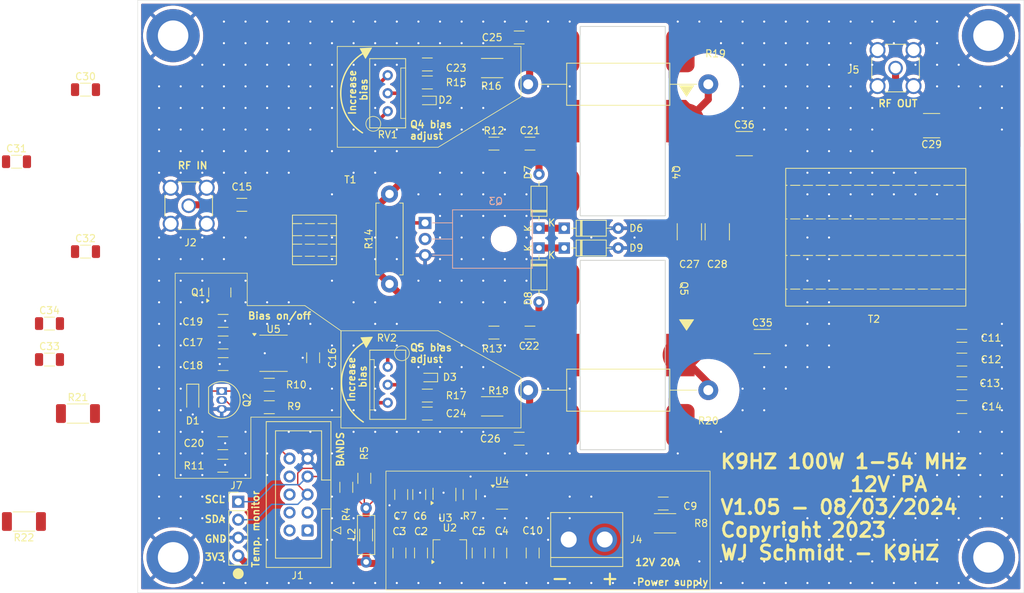
<source format=kicad_pcb>
(kicad_pcb (version 20241229) (generator "pcbnew") (generator_version "9.0")
  (title_block (title "K9HZ 100W 1-54 MHz 12V PA") (date "2024-07-21") (rev "V1.04") (comment 1 "Layout by OG King - KI3P") (comment 2 "Designed by WJ Schmidt - K9HZ") (comment 3 "Copyright 2024 WJ Schmidt - K9HZ"))
  (layers (0 "F.Cu" signal) (2 "B.Cu" signal) (13 "F.Paste" user) (15 "B.Paste" user) (5 "F.SilkS" user "F.Silkscreen") (7 "B.SilkS" user "B.Silkscreen") (1 "F.Mask" user) (3 "B.Mask" user) (25 "Edge.Cuts" user))
  (net 0 "")
  (net 1 "GND")
  (net 2 "+3V3")
  (net 3 "+12V")
  (net 4 "Net-(U3-VDD)")
  (net 5 "+12P")
  (net 6 "Net-(T1-AA)")
  (net 7 "Net-(J2-In)")
  (net 8 "Net-(Q1-S)")
  (net 9 "Net-(Q1-G)")
  (net 10 "/RXTX")
  (net 11 "Net-(C21-Pad2)")
  (net 12 "Net-(C22-Pad2)")
  (net 13 "Net-(D2-A)")
  (net 14 "Net-(D3-A)")
  (net 15 "Net-(C25-Pad1)")
  (net 16 "Net-(C26-Pad1)")
  (net 17 "Net-(Q5-D)")
  (net 18 "Net-(Q4-D)")
  (net 19 "Net-(J5-In)")
  (net 20 "Net-(D1-K)")
  (net 21 "Net-(D2-K)")
  (net 22 "Net-(D3-K)")
  (net 25 "/SCL")
  (net 30 "/SDA")
  (net 31 "Net-(Q1-D)")
  (net 32 "Net-(U3-AIN)")
  (net 33 "Net-(T1-SB)")
  (net 34 "Net-(T1-SA)")
  (net 39 "Net-(T2-AB)")
  (net 41 "Net-(Q3-B)")
  (net 42 "Net-(D7-A)")
  (net 43 "Net-(D8-A)")
  (net 44 "Net-(D6-K)")
  (net 45 "Net-(D8-K)")
  (net 46 "Net-(R21-Pad1)")
  (footprint "Capacitor_SMD:C_1206_3216Metric" (layer "F.Cu") (at 89.0535 129.667)
    (property "Reference" "C17")
    (property "Value" "1uF 50V")
  )
  (footprint "Capacitor_SMD:C_1206_3216Metric" (layer "F.Cu") (at 64.565 132.08)
    (property "Reference" "C33")
    (property "Value" "100 pF 50V")
  )
  (footprint "Capacitor_SMD:C_1812_4532Metric_Pad1.57x3.40mm_HandSolder" (layer "F.Cu") (at 158.75 114.046 -90)
    (property "Reference" "C28")
    (property "Value" "470pF 500V")
  )
  (footprint "Capacitor_SMD:C_1206_3216Metric" (layer "F.Cu") (at 193.245 135.43)
    (property "Reference" "C13")
    (property "Value" "0.1uF")
  )
  (footprint "Capacitor_SMD:C_1206_3216Metric" (layer "F.Cu") (at 89.0105 143.891 180)
    (property "Reference" "C20")
    (property "Value" "0.1uF 50V")
  )
  (footprint "MountingHole:MountingHole_4.3mm_M4_DIN965_Pad" (layer "F.Cu") (at 82 86.36)
    (property "Reference" "H1" (hide yes))
    (property "Value" "~")
  )
  (footprint "Package_TO_SOT_THT:TO-92_Inline" (layer "F.Cu") (at 88.8555 136.525 -90)
    (property "Reference" "Q2")
    (property "Value" "BS170")
  )
  (footprint "Diode_SMD:D_SOD-523" (layer "F.Cu") (at 118.048 134.62 180)
    (property "Reference" "D3")
    (property "Value" "1N4148")
  )
  (footprint "Resistor_SMD:R_1206_3216Metric" (layer "F.Cu") (at 127.254 128.27)
    (property "Reference" "R13")
    (property "Value" "10R")
  )
  (footprint "Resistor_SMD:R_1206_3216Metric" (layer "F.Cu") (at 117.856 137.16)
    (property "Reference" "R17")
    (property "Value" "220R")
  )
  (footprint "Resistor_SMD:R_2010_5025Metric_Pad1.40x2.65mm_HandSolder" (layer "F.Cu") (at 127 90.932)
    (property "Reference" "R16")
    (property "Value" "1k")
  )
  (footprint "Resistor_SMD:R_1206_3216Metric" (layer "F.Cu") (at 108.966 148.844 90)
    (property "Reference" "R5")
    (property "Value" "5k6")
  )
  (footprint "Capacitor_SMD:C_1812_4532Metric_Pad1.57x3.40mm_HandSolder" (layer "F.Cu") (at 162.56 101.6)
    (property "Reference" "C36")
    (property "Value" "100pF 500V")
  )
  (footprint "Capacitor_SMD:C_1206_3216Metric" (layer "F.Cu") (at 193.245 128.73)
    (property "Reference" "C11")
    (property "Value" "0.1uF")
  )
  (footprint "Package_TO_SOT_SMD:SOT-23-5_HandSoldering" (layer "F.Cu") (at 120.269 151.13 90)
    (property "Reference" "U3")
    (property "Value" "MCP3021A0T-E/OT")
  )
  (footprint "Diode_THT:D_DO-35_SOD27_P7.62mm_Horizontal" (layer "F.Cu") (at 133.604 113.538 90)
    (property "Reference" "D7")
    (property "Value" "3.6V")
  )
  (footprint "Capacitor_SMD:C_1206_3216Metric" (layer "F.Cu") (at 89.0535 126.619 180)
    (property "Reference" "C19")
    (property "Value" "0.01uF 50V")
  )
  (footprint "Diode_SMD:D_SOD-323_HandSoldering" (layer "F.Cu") (at 84.7705 137.561 -90)
    (property "Reference" "D1")
    (property "Value" "7.1V 1W")
  )
  (footprint "Diode_THT:D_DO-35_SOD27_P7.62mm_Horizontal" (layer "F.Cu") (at 137.16 116.332)
    (property "Reference" "D9")
    (property "Value" "3.6V")
  )
  (footprint "MountingHole:MountingHole_4.3mm_M4_DIN965_Pad" (layer "F.Cu") (at 82 160)
    (property "Reference" "H4" (hide yes))
    (property "Value" "~")
  )
  (footprint "Capacitor_SMD:C_1206_3216Metric" (layer "F.Cu") (at 116.713 151.13 -90)
    (property "Reference" "C6")
    (property "Value" "10uF 6V")
  )
  (footprint "Capacitor_SMD:C_1206_3216Metric" (layer "F.Cu") (at 132.334 101.6)
    (property "Reference" "C21")
    (property "Value" "0.01uF 50V")
  )
  (footprint "Inductor_THT:L_Axial_L5.3mm_D2.2mm_P7.62mm_Horizontal_Vishay_IM-1" (layer "F.Cu") (at 109.22 160.655 90)
    (property "Reference" "L2")
    (property "Value" "FB")
  )
  (footprint "Capacitor_SMD:C_1206_3216Metric" (layer "F.Cu") (at 114.173 151.13 90)
    (property "Reference" "C7")
    (property "Value" "0.1uF 50V")
  )
  (footprint "MountingHole:MountingHole_4.3mm_M4_DIN965_Pad" (layer "F.Cu") (at 197 86.36)
    (property "Reference" "H2" (hide yes))
    (property "Value" "~")
  )
  (footprint "Capacitor_SMD:C_1206_3216Metric" (layer "F.Cu") (at 193.245 138.78)
    (property "Reference" "C14")
    (property "Value" "0.1uF")
  )
  (footprint "Resistor_SMD:R_1206_3216Metric" (layer "F.Cu") (at 95.5655 135.636 180)
    (property "Reference" "R10")
    (property "Value" "510R")
  )
  (footprint "Diode_THT:D_DO-35_SOD27_P7.62mm_Horizontal" (layer "F.Cu") (at 133.604 116.332 -90)
    (property "Reference" "D8")
    (property "Value" "3.6V")
  )
  (footprint "Resistor_SMD:R_1206_3216Metric" (layer "F.Cu") (at 127.254 101.6)
    (property "Reference" "R12")
    (property "Value" "10R")
  )
  (footprint "Capacitor_SMD:C_1206_3216Metric" (layer "F.Cu") (at 117.856 90.424)
    (property "Reference" "C23")
    (property "Value" "0.1uF 50V")
  )
  (footprint "Capacitor_SMD:C_1206_3216Metric" (layer "F.Cu") (at 64.565 127)
    (property "Reference" "C34")
    (property "Value" "200pF 50V")
  )
  (footprint "Capacitor_SMD:C_1206_3216Metric" (layer "F.Cu") (at 113.919 159.385 -90)
    (property "Reference" "C3")
    (property "Value" "2.2uF 6V")
  )
  (footprint "Potentiometer_THT:Potentiometer_Bourns_3296W_Vertical" (layer "F.Cu") (at 112.268 133.096 90)
    (property "Reference" "RV2")
    (property "Value" "2.2k")
  )
  (footprint "Resistor_THT:R_Axial_DIN0614_L14.3mm_D5.7mm_P25.40mm_Horizontal" (layer "F.Cu") (at 157.48 136.398 180)
    (property "Reference" "R20")
    (property "Value" "150R 3W")
  )
  (footprint "Capacitor_SMD:C_1206_3216Metric" (layer "F.Cu") (at 125.095 159.385 -90)
    (property "Reference" "C5")
    (property "Value" "1uF 16V")
  )
  (footprint "Resistor_SMD:R_2010_5025Metric_Pad1.40x2.65mm_HandSolder" (layer "F.Cu") (at 60.96 154.94 180)
    (property "Reference" "R22")
    (property "Value" "2.2k")
  )
  (footprint "Connector_PinHeader_2.54mm:PinHeader_1x04_P2.54mm_Vertical" (layer "F.Cu") (at 91.186 152.146)
    (property "Reference" "J7")
    (property "Value" "Temp monitor")
  )
  (footprint "Capacitor_SMD:C_1206_3216Metric" (layer "F.Cu") (at 128.143 159.385 -90)
    (property "Reference" "C4")
    (property "Value" "0.1uF 50V")
  )
  (footprint "Capacitor_SMD:C_1206_3216Metric" (layer "F.Cu") (at 130.81 86.614 180)
    (property "Reference" "C25")
    (property "Value" "4.7nF 100V")
  )
  (footprint "Capacitor_SMD:C_1206_3216Metric" (layer "F.Cu") (at 132.715 159.385 90)
    (property "Reference" "C10")
    (property "Value" "0.1uF 50V")
  )
  (footprint "Package_TO_SOT_SMD:SOT-89-3" (layer "F.Cu") (at 121.031 158.877 90)
    (property "Reference" "U2")
    (property "Value" "AP7381-33Y-13")
  )
  (footprint "Resistor_SMD:R_2010_5025Metric_Pad1.40x2.65mm_HandSolder" (layer "F.Cu") (at 68.58 139.7)
    (property "Reference" "R21")
    (property "Value" "2.2k")
  )
  (footprint "Resistor_SMD:R_1206_3216Metric" (layer "F.Cu") (at 95.5655 138.811)
    (property "Reference" "R9")
    (property "Value" "3k")
  )
  (footprint "Package_TO_SOT_SMD:SOT-23" (layer "F.Cu") (at 88.5805 122.6035 90)
    (property "Reference" "Q1")
    (property "Value" "BSS84")
  )
  (footprint "Potentiometer_THT:Potentiometer_Bourns_3296W_Vertical" (layer "F.Cu") (at 112.268 97.028 -90)
    (property "Reference" "RV1")
    (property "Value" "2.2k")
  )
  (footprint "Capacitor_SMD:C_1812_4532Metric_Pad1.57x3.40mm_HandSolder" (layer "F.Cu") (at 188.976 99.06 180)
    (property "Reference" "C29")
    (property "Value" "0.1uF 500V")
  )
  (footprint "T41_Library:RD100HHF1-suspended-v2" (layer "F.Cu") (at 145.415 131.445 -90)
    (property "Reference" "Q5")
    (property "Value" "RD100HHF1C")
    (fp_rect (start -13.366 -6) (end 13.366 6) (stroke (width 0.12)) (fill no) (layer "Edge.Cuts"))
  )
  (footprint "T41_Library:Toroid_6Pin_BN-43-3312_19.5mm_25.4mm" (layer "F.Cu") (at 181.102 114.808 180)
    (property "Reference" "T2")
    (property "Value" "BN43-3312")
  )
  (footprint "Capacitor_SMD:C_1206_3216Metric" (layer "F.Cu") (at 69.645 116.84)
    (property "Reference" "C32")
    (property "Value" "100 pF 50V")
  )
  (footprint "Capacitor_SMD:C_1206_3216Metric" (layer "F.Cu") (at 117.856 139.7 180)
    (property "Reference" "C24")
    (property "Value" "0.1uF 50V")
  )
  (footprint "Capacitor_SMD:C_1206_3216Metric" (layer "F.Cu") (at 132.334 128.27)
    (property "Reference" "C22")
    (property "Value" "0.01uF 50V")
  )
  (footprint "Resistor_SMD:R_2010_5025Metric_Pad1.40x2.65mm_HandSolder" (layer "F.Cu") (at 127 138.684)
    (property "Reference" "R18")
    (property "Value" "1k")
  )
  (footprint "Capacitor_SMD:C_1206_3216Metric" (layer "F.Cu") (at 91.694 110.236)
    (property "Reference" "C15")
    (property "Value" "0.1uF 50V")
  )
  (footprint "Resistor_SMD:R_1206_3216Metric" (layer "F.Cu") (at 123.825 151.13 -90)
    (property "Reference" "R7")
    (property "Value" "3.0k 1%")
  )
  (footprint "Inductor_SMD:L_1206_3216Metric_Pad1.22x1.90mm_HandSolder" (layer "F.Cu") (at 109.22 156.8565 90)
    (property "Reference" "L3" (hide yes))
    (property "Value" "FB")
  )
  (footprint "Resistor_THT:R_Axial_DIN0411_L9.9mm_D3.6mm_P12.70mm_Horizontal" (layer "F.Cu") (at 112.522 121.412 90)
    (property "Reference" "R14")
    (property "Value" "200R 2W")
  )
  (footprint "TerminalBlock:TerminalBlock_bornier-2_P5.08mm" (layer "F.Cu") (at 137.795 157.48)
    (property "Reference" "J4")
    (property "Value" "12V, 20A")
  )
  (footprint "Diode_SMD:D_SOD-523" (layer "F.Cu") (at 117.856 95.504 180)
    (property "Reference" "D2")
    (property "Value" "1N4148")
  )
  (footprint "Capacitor_SMD:C_1206_3216Metric" (layer "F.Cu") (at 193.245 132.08)
    (property "Reference" "C12")
    (property "Value" "0.1uF")
  )
  (footprint "Capacitor_SMD:C_1206_3216Metric" (layer "F.Cu") (at 151.13 152.4)
    (property "Reference" "C9")
    (property "Value" "0.1uF 50V")
  )
  (footprint "Diode_THT:D_DO-35_SOD27_P7.62mm_Horizontal" (layer "F.Cu") (at 137.16 113.538)
    (property "Reference" "D6")
    (property "Value" "3.6V")
  )
  (footprint "Capacitor_SMD:C_1206_3216Metric" (layer "F.Cu") (at 89.0535 132.715)
    (property "Reference" "C18")
    (property "Value" "0.1uF 50V")
  )
  (footprint "Resistor_SMD:R_1206_3216Metric" (layer "F.Cu") (at 106.426 150.114 90)
    (property "Reference" "R4")
    (property "Value" "5k6")
  )
  (footprint "Capacitor_SMD:C_1206_3216Metric" (layer "F.Cu") (at 69.645 93.98)
    (property "Reference" "C30")
    (property "Value" "0.1uF 50V")
  )
  (footprint "Capacitor_SMD:C_1206_3216Metric" (layer "F.Cu") (at 130.81 143.256 180)
    (property "Reference" "C26")
    (property "Value" "4.7nF 100V")
  )
  (footprint "Package_TO_SOT_SMD:SOT-23-5" (layer "F.Cu") (at 128.397 151.638)
    (property "Reference" "U4")
    (property "Value" "ZXCT1010")
  )
  (footprint "Resistor_SMD:R_1206_3216Metric" (layer "F.Cu") (at 117.856 92.964)
    (property "Reference" "R15")
    (property "Value" "220R")
  )
  (footprint "Resistor_SMD:R_1206_3216Metric" (layer "F.Cu") (at 89.0105 147.066 180)
    (property "Reference" "R11")
    (property "Value" "6k8")
  )
  (footprint "Capacitor_SMD:C_1206_3216Metric" (layer "F.Cu") (at 101.7535 131.826 90)
    (property "Reference" "C16")
    (property "Value" "1uF 50V")
  )
  (footprint "MountingHole:MountingHole_4.3mm_M4_DIN965_Pad" (layer "F.Cu") (at 197 160)
    (property "Reference" "H3" (hide yes))
    (property "Value" "~")
  )
  (footprint "T41_Library:RD100HHF1-suspended" (layer "F.Cu") (at 145.415 98.425 -90)
    (property "Reference" "Q4")
    (property "Value" "RD100HHF1C")
    (fp_rect (start -13.366 -6) (end 13.366 6) (stroke (width 0.12)) (fill no) (layer "Edge.Cuts"))
  )
  (footprint "Capacitor_SMD:C_1812_4532Metric_Pad1.57x3.40mm_HandSolder" (layer "F.Cu") (at 165.1 129.54)
    (property "Reference" "C35")
    (property "Value" "100pF 500V")
  )
  (footprint "Connector_Coaxial:SMA_Amphenol_901-144_Vertical" (layer "F.Cu") (at 183.896 90.932)
    (property "Reference" "J5")
    (property "Value" "RF_OUT")
  )
  (footprint "Capacitor_SMD:C_1812_4532Metric_Pad1.57x3.40mm_HandSolder" (layer "F.Cu") (at 154.813 114.046 -90)
    (property "Reference" "C27")
    (property "Value" "470pF 500V")
  )
  (footprint "Resistor_THT:R_Axial_DIN0614_L14.3mm_D5.7mm_P25.40mm_Horizontal" (layer "F.Cu") (at 157.48 93.218 180)
    (property "Reference" "R19")
    (property "Value" "150R 3W")
  )
  (footprint "Package_SO:SO-8_3.9x4.9mm_P1.27mm" (layer "F.Cu") (at 96.1655 131.191)
    (property "Reference" "U5")
    (property "Value" "L4931CDT50")
  )
  (footprint "Connector_Coaxial:SMA_Amphenol_901-144_Vertical" (layer "F.Cu") (at 84.201 110.363)
    (property "Reference" "J2")
    (property "Value" "RF_IN")
  )
  (footprint "T41_Library:Toroid_6Pin_BN-43-2402_7mm_6.2mm" (layer "F.Cu") (at 96.901 115.189)
    (property "Reference" "T1")
    (property "Value" "BN43-2402")
  )
  (footprint "Capacitor_SMD:C_1206_3216Metric" (layer "F.Cu") (at 116.967 159.385 -90)
    (property "Reference" "C2")
    (property "Value" "0.1uF 50V")
  )
  (footprint "Resistor_SMD:R_2010_5025Metric_Pad1.40x2.65mm_HandSolder" (layer "F.Cu") (at 151.384 155.194 180)
    (property "Reference" "R8")
    (property "Value" "0.005 Ohm 4W")
  )
  (footprint "Connector_IDC:IDC-Header_2x05_P2.54mm_Vertical" (layer "F.Cu") (at 100.965 156.21 180)
    (property "Reference" "J1")
    (property "Value" "BANDS")
  )
  (footprint "Capacitor_SMD:C_1206_3216Metric" (layer "F.Cu") (at 59.9125 104.15)
    (property "Reference" "C31")
    (property "Value" "0.1uF 50V")
  )
  (footprint "Package_TO_SOT_THT:TO-126-3_Horizontal_TabUp" (layer "B.Cu") (at 117.537 112.787 -90)
    (property "Reference" "Q3")
    (property "Value" "BD677")
  )
  (gr_line (start 119.38 102.108) (end 131.064 94.996) (stroke (width 0.1)) (layer "F.SilkS"))
  (gr_circle (center 114.270953 131.191) (end 114.905953 132.021) (stroke (width 0.1)) (fill no) (layer "F.SilkS"))
  (gr_line (start 131.064 141.732) (end 131.064 134.62) (stroke (width 0.1)) (layer "F.SilkS"))
  (gr_line (start 109.728 132.08) (end 110.363 132.08) (stroke (width 0.1)) (layer "F.SilkS"))
  (gr_line (start 82.296 148.844) (end 92.964 148.844) (stroke (width 0.1)) (layer "F.SilkS"))
  (gr_circle (center 91.186 162.306) (end 91.90442 162.306) (stroke (width 0.1)) (fill yes) (layer "F.SilkS"))
  (gr_line (start 92.456 119.888) (end 82.296 119.888) (stroke (width 0.1)) (layer "F.SilkS"))
  (gr_line (start 105.664 128.016) (end 100.584 124.46) (stroke (width 0.1)) (layer "F.SilkS"))
  (gr_line (start 114.1095 98.044) (end 114.1095 90.932) (stroke (width 0.1)) (layer "F.SilkS"))
  (gr_circle (center 110.236 98.806) (end 110.871 99.636) (stroke (width 0.1)) (fill no) (layer "F.SilkS"))
  (gr_line (start 82.296 119.888) (end 82.296 148.844) (stroke (width 0.1)) (layer "F.SilkS"))
  (gr_line (start 105.156 87.884) (end 105.156 102.108) (stroke (width 0.1)) (layer "F.SilkS"))
  (gr_line (start 131.064 94.996) (end 131.064 87.884) (stroke (width 0.1)) (layer "F.SilkS"))
  (gr_line (start 110.363 139.192) (end 109.728 139.192) (stroke (width 0.1)) (layer "F.SilkS"))
  (gr_line (start 114.1095 90.932) (end 114.7445 90.932) (stroke (width 0.1)) (layer "F.SilkS"))
  (gr_line (start 105.156 102.108) (end 119.38 102.108) (stroke (width 0.1)) (layer "F.SilkS"))
  (gr_line (start 92.964 148.844) (end 92.964 140.208) (stroke (width 0.1)) (layer "F.SilkS"))
  (gr_line (start 110.363 132.08) (end 110.363 139.192) (stroke (width 0.1)) (layer "F.SilkS"))
  (gr_poly (pts (xy 109.999997 88.0914) (xy 108.372054 88.175041) (xy 109.134054 89.572041)) (stroke (width 0.1)) (fill yes) (layer "F.SilkS"))
  (gr_rect (start 112.014 147.828) (end 157.734 164.592) (stroke (width 0.1)) (fill no) (layer "F.SilkS"))
  (gr_poly (pts (xy 110.109 128.905) (xy 108.481057 128.988641) (xy 109.243057 130.385641)) (stroke (width 0.1)) (fill yes) (layer "F.SilkS"))
  (gr_line (start 100.584 124.46) (end 92.456 124.46) (stroke (width 0.1)) (layer "F.SilkS"))
  (gr_line (start 105.664 140.208) (end 105.664 128.016) (stroke (width 0.1)) (layer "F.SilkS"))
  (gr_arc (start 108.821003 140.889599) (mid 105.771744 134.810237) (end 109.686946 129.248959) (stroke (width 0.2)) (layer "F.SilkS"))
  (gr_line (start 105.664 128.016) (end 105.664 141.732) (stroke (width 0.1)) (layer "F.SilkS"))
  (gr_line (start 119.38 128.016) (end 105.664 128.016) (stroke (width 0.1)) (layer "F.SilkS"))
  (gr_line (start 92.964 140.208) (end 105.664 140.208) (stroke (width 0.1)) (layer "F.SilkS"))
  (gr_arc (start 108.712 100.075999) (mid 105.662742 93.996637) (end 109.577943 88.435359) (stroke (width 0.2)) (layer "F.SilkS"))
  (gr_line (start 131.064 134.62) (end 119.38 128.016) (stroke (width 0.1)) (layer "F.SilkS"))
  (gr_line (start 105.664 141.732) (end 131.064 141.732) (stroke (width 0.1)) (layer "F.SilkS"))
  (gr_line (start 131.064 87.884) (end 105.156 87.884) (stroke (width 0.1)) (layer "F.SilkS"))
  (gr_line (start 92.456 124.46) (end 92.456 119.888) (stroke (width 0.1)) (layer "F.SilkS"))
  (gr_line (start 114.7445 98.044) (end 114.1095 98.044) (stroke (width 0.1)) (layer "F.SilkS"))
  (gr_rect (start 77 81.35) (end 202 165) (stroke (width 0.05)) (fill no) (layer "Edge.Cuts"))
  (gr_text "K9HZ 100W 1-54 MHz \n            12V PA\nV1.05 - 08/03/2024\nCopyright 2023 \nWJ Schmidt - K9HZ" (at 159.004 160.528 0) (layer "F.SilkS") (effects (font (size 2 2) (thickness 0.4) (bold yes)) (justify left bottom)))
  (gr_text "Q5 bias \nadjust" (at 115.316 132.588 0) (layer "F.SilkS") (effects (font (size 1 1) (thickness 0.2) (bold yes)) (justify left bottom)))
  (gr_text "SCL" (at 86.36 152.4 0) (layer "F.SilkS") (effects (font (size 1 1) (thickness 0.2) (bold yes)) (justify left bottom)))
  (gr_text "-   +" (at 135.128 164.084 0) (layer "F.SilkS") (effects (font (size 2 2) (thickness 0.3)) (justify left bottom)))
  (gr_text "RF IN" (at 82.55 105.283 0) (layer "F.SilkS") (effects (font (size 1 1) (thickness 0.2) (bold yes)) (justify left bottom)))
  (gr_text "Temp. monitor" (at 94.234 161.544 90) (layer "F.SilkS") (effects (font (size 1 1) (thickness 0.2) (bold yes)) (justify left bottom)))
  (gr_text "GND" (at 86.36 157.988 0) (layer "F.SilkS") (effects (font (size 1 1) (thickness 0.2) (bold yes)) (justify left bottom)))
  (gr_text "3V3" (at 86.36 160.528 0) (layer "F.SilkS") (effects (font (size 1 1) (thickness 0.2) (bold yes)) (justify left bottom)))
  (gr_text "Q4 bias \nadjust" (at 115.316 101.092 0) (layer "F.SilkS") (effects (font (size 1 1) (thickness 0.2) (bold yes)) (justify left bottom)))
  (gr_text "BANDS" (at 106.172 147.32 90) (layer "F.SilkS") (effects (font (size 1 1) (thickness 0.2) (bold yes)) (justify left bottom)))
  (gr_text "Increase \nbias" (at 109.347 134.493 90) (layer "F.SilkS") (effects (font (size 1 1) (thickness 0.2) (bold yes)) (justify bottom)))
  (gr_text "Bias on/off" (at 92.456 126.492 0) (layer "F.SilkS") (effects (font (size 1 1) (thickness 0.2) (bold yes)) (justify left bottom)))
  (gr_text "RF OUT" (at 181.356 96.52 0) (layer "F.SilkS") (effects (font (size 1 1) (thickness 0.2) (bold yes)) (justify left bottom)))
  (gr_text "SDA" (at 86.36 155.194 0) (layer "F.SilkS") (effects (font (size 1 1) (thickness 0.2) (bold yes)) (justify left bottom)))
  (gr_text "12V 20A" (at 147.066 161.29 0) (layer "F.SilkS") (effects (font (size 1 1) (thickness 0.2) (bold yes)) (justify left bottom)))
  (gr_text "Power supply" (at 147.32 164.084 0) (layer "F.SilkS") (effects (font (size 1 1) (thickness 0.2) (bold yes)) (justify left bottom)))
  (gr_text "Increase \nbias" (at 109.474 93.98 90) (layer "F.SilkS") (effects (font (size 1 1) (thickness 0.2) (bold yes)) (justify bottom)))
  (segment (start 130.859 101.6) (end 128.7165 101.6) (width 1) (layer "F.Cu") (net 0))
  (segment (start 130.859 128.27) (end 128.7165 128.27) (width 1) (layer "F.Cu") (net 0))
  (segment (start 116.713 149.655) (end 116.713 150.749) (width 0.2) (layer "F.Cu") (net 1))
  (segment (start 114.173 152.605) (end 112.571 152.605) (width 0.2) (layer "F.Cu") (net 1))
  (segment (start 116.967 156.845) (end 117.094 156.718) (width 0.2) (layer "F.Cu") (net 1))
  (segment (start 132.715 157.91) (end 132.715 156.845) (width 0.2) (layer "F.Cu") (net 1))
  (segment (start 123.825 148.717) (end 123.952 148.59) (width 0.2) (layer "F.Cu") (net 1))
  (segment (start 98.7405 130.556) (end 98.7405 131.826) (width 0.5) (layer "F.Cu") (net 1))
  (segment (start 120.269 152.48) (end 120.269 151.003) (width 0.2) (layer "F.Cu") (net 1))
  (segment (start 113.919 156.845) (end 114.046 156.718) (width 0.2) (layer "F.Cu") (net 1))
  (segment (start 132.715 156.845) (end 132.842 156.718) (width 0.2) (layer "F.Cu") (net 1))
  (segment (start 127.2595 151.638) (end 126.238 151.638) (width 0.2) (layer "F.Cu") (net 1))
  (segment (start 120.269 151.003) (end 120.142 150.876) (width 0.2) (layer "F.Cu") (net 1))
  (segment (start 112.571 152.605) (end 112.522 152.654) (width 0.2) (layer "F.Cu") (net 1))
  (segment (start 116.967 157.91) (end 116.967 156.845) (width 0.2) (layer "F.Cu") (net 1))
  (segment (start 94.2955 130.556) (end 94.9305 131.191) (width 0.5) (layer "F.Cu") (net 1))
  (segment (start 87.5785 132.715) (end 88.5805 132.715) (width 0.5) (layer "F.Cu") (net 1))
  (segment (start 123.825 149.6675) (end 123.825 148.717) (width 0.2) (layer "F.Cu") (net 1))
  (segment (start 126.238 151.638) (end 125.984 151.384) (width 0.2) (layer "F.Cu") (net 1))
  (segment (start 125.095 156.845) (end 125.222 156.718) (width 0.2) (layer "F.Cu") (net 1))
  (segment (start 94.2955 131.826) (end 94.9305 131.191) (width 0.5) (layer "F.Cu") (net 1))
  (segment (start 84.7705 138.811) (end 84.7705 139.827) (width 0.5) (layer "F.Cu") (net 1))
  (segment (start 128.143 156.845) (end 128.27 156.718) (width 0.2) (layer "F.Cu") (net 1))
  (segment (start 93.5905 131.826) (end 94.2955 131.826) (width 0.5) (layer "F.Cu") (net 1))
  (segment (start 116.713 150.749) (end 116.84 150.876) (width 0.2) (layer "F.Cu") (net 1))
  (segment (start 89.4695 147.066) (end 89.3425 146.939) (width 0.5) (layer "F.Cu") (net 1))
  (segment (start 90.4855 143.891) (end 89.3425 143.891) (width 0.5) (layer "F.Cu") (net 1))
  (segment (start 93.5905 130.556) (end 94.2955 130.556) (width 0.5) (layer "F.Cu") (net 1))
  (segment (start 90.5285 126.619) (end 89.3425 126.619) (width 0.5) (layer "F.Cu") (net 1))
  (segment (start 87.5785 129.667) (end 88.5805 129.667) (width 0.5) (layer "F.Cu") (net 1))
  (segment (start 113.919 157.91) (end 113.919 156.845) (width 0.2) (layer "F.Cu") (net 1))
  (segment (start 128.143 157.91) (end 128.143 156.845) (width 0.2) (layer "F.Cu") (net 1))
  (segment (start 98.7405 131.826) (end 100.2785 131.826) (width 0.5) (layer "F.Cu") (net 1))
  (segment (start 125.095 157.91) (end 125.095 156.845) (width 0.2) (layer "F.Cu") (net 1))
  (segment (start 90.473 147.066) (end 89.4695 147.066) (width 0.5) (layer "F.Cu") (net 1))
  (segment (start 101.7535 133.301) (end 100.2785 131.826) (width 0.5) (layer "F.Cu") (net 1))
  (via (at 92.215 148.381) (size 0.6) (drill 0.3) (layers "F.Cu" "B.Cu") (net 1))
  (via (at 98.311 163.621) (size 0.6) (drill 0.3) (layers "F.Cu" "B.Cu") (net 1))
  (via (at 183.655 163.621) (size 0.6) (drill 0.3) (layers "F.Cu" "B.Cu") (net 1))
  (via (at 171.463 90.469) (size 0.6) (drill 0.3) (layers "F.Cu" "B.Cu") (net 1))
  (via (at 80.023 123.997) (size 0.6) (drill 0.3) (layers "F.Cu" "B.Cu") (net 1))
  (via (at 110.503 136.189) (size 0.6) (drill 0.3) (layers "F.Cu" "B.Cu") (net 1))
  (via (at 134.887 154.477) (size 0.6) (drill 0.3) (layers "F.Cu" "B.Cu") (net 1))
  (via (at 177.559 160.573) (size 0.6) (drill 0.3) (layers "F.Cu" "B.Cu") (net 1))
  (via (at 177.559 111.805) (size 0.6) (drill 0.3) (layers "F.Cu" "B.Cu") (net 1))
  (via (at 198.895 142.285) (size 0.6) (drill 0.3) (layers "F.Cu" "B.Cu") (net 1))
  (via (at 83.071 99.613) (size 0.6) (drill 0.3) (layers "F.Cu" "B.Cu") (net 1))
  (via (at 89.167 96.565) (size 0.6) (drill 0.3) (layers "F.Cu" "B.Cu") (net 1))
  (via (at 101.359 90.469) (size 0.6) (drill 0.3) (layers "F.Cu" "B.Cu") (net 1))
  (via (at 125.743 93.517) (size 0.6) (drill 0.3) (layers "F.Cu" "B.Cu") (net 1))
  (via (at 122.695 123.997) (size 0.6) (drill 0.3) (layers "F.Cu" "B.Cu") (net 1))
  (via (at 95.263 127.045) (size 0.6) (drill 0.3) (layers "F.Cu" "B.Cu") (net 1))
  (via (at 165.367 93.517) (size 0.6) (drill 0.3) (layers "F.Cu" "B.Cu") (net 1))
  (via (at 116.84 150.876) (size 0.6) (drill 0.3) (layers "F.Cu" "B.Cu") (net 1))
  (via (at 123.952 148.59) (size 0.6) (drill 0.3) (layers "F.Cu" "B.Cu") (net 1))
  (via (at 113.551 90.469) (size 0.6) (drill 0.3) (layers "F.Cu" "B.Cu") (net 1))
  (via (at 198.895 136.189) (size 0.6) (drill 0.3) (layers "F.Cu" "B.Cu") (net 1))
  (via (at 180.607 154.477) (size 0.6) (drill 0.3) (layers "F.Cu" "B.Cu") (net 1))
  (via (at 83.071 117.901) (size 0.6) (drill 0.3) (layers "F.Cu" "B.Cu") (net 1))
  (via (at 183.655 154.477) (size 0.6) (drill 0.3) (layers "F.Cu" "B.Cu") (net 1))
  (via (at 84.7705 139.827) (size 0.6) (drill 0.3) (layers "F.Cu" "B.Cu") (net 1))
  (via (at 122.695 163.621) (size 0.6) (drill 0.3) (layers "F.Cu" "B.Cu") (net 1))
  (via (at 177.559 157.525) (size 0.6) (drill 0.3) (layers "F.Cu" "B.Cu") (net 1))
  (via (at 83.071 142.285) (size 0.6) (drill 0.3) (layers "F.Cu" "B.Cu") (net 1))
  (via (at 165.367 136.189) (size 0.6) (drill 0.3) (layers "F.Cu" "B.Cu") (net 1))
  (via (at 104.407 96.565) (size 0.6) (drill 0.3) (layers "F.Cu" "B.Cu") (net 1))
  (via (at 128.791 84.373) (size 0.6) (drill 0.3) (layers "F.Cu" "B.Cu") (net 1))
  (via (at 116.599 133.141) (size 0.6) (drill 0.3) (layers "F.Cu" "B.Cu") (net 1))
  (via (at 177.559 154.477) (size 0.6) (drill 0.3) (layers "F.Cu" "B.Cu") (net 1))
  (via (at 168.415 90.469) (size 0.6) (drill 0.3) (layers "F.Cu" "B.Cu") (net 1))
  (via (at 189.751 154.477) (size 0.6) (drill 0.3) (layers "F.Cu" "B.Cu") (net 1))
  (via (at 110.503 84.373) (size 0.6) (drill 0.3) (layers "F.Cu" "B.Cu") (net 1))
  (via (at 89.167 105.709) (size 0.6) (drill 0.3) (layers "F.Cu" "B.Cu") (net 1))
  (via (at 192.799 151.429) (size 0.6) (drill 0.3) (layers "F.Cu" "B.Cu") (net 1))
  (via (at 94.9305 131.191) (size 0.6) (drill 0.3) (layers "F.Cu" "B.Cu") (net 1))
  (via (at 119.647 117.901) (size 0.6) (drill 0.3) (layers "F.Cu" "B.Cu") (net 1))
  (via (at 174.511 108.757) (size 0.6) (drill 0.3) (layers "F.Cu" "B.Cu") (net 1))
  (via (at 198.895 139.237) (size 0.6) (drill 0.3) (layers "F.Cu" "B.Cu") (net 1))
  (via (at 116.599 99.613) (size 0.6) (drill 0.3) (layers "F.Cu" "B.Cu") (net 1))
  (via (at 86.119 96.565) (size 0.6) (drill 0.3) (layers "F.Cu" "B.Cu") (net 1))
  (via (at 86.119 99.613) (size 0.6) (drill 0.3) (layers "F.Cu" "B.Cu") (net 1))
  (via (at 125.743 111.805) (size 0.6) (drill 0.3) (layers "F.Cu" "B.Cu") (net 1))
  (via (at 80.023 145.333) (size 0.6) (drill 0.3) (layers "F.Cu" "B.Cu") (net 1))
  (via (at 198.895 148.381) (size 0.6) (drill 0.3) (layers "F.Cu" "B.Cu") (net 1))
  (via (at 125.743 142.285) (size 0.6) (drill 0.3) (layers "F.Cu" "B.Cu") (net 1))
  (via (at 101.359 84.373) (size 0.6) (drill 0.3) (layers "F.Cu" "B.Cu") (net 1))
  (via (at 168.415 160.573) (size 0.6) (drill 0.3) (layers "F.Cu" "B.Cu") (net 1))
  (via (at 125.743 84.373) (size 0.6) (drill 0.3) (layers "F.Cu" "B.Cu") (net 1))
  (via (at 101.359 136.189) (size 0.6) (drill 0.3) (layers "F.Cu" "B.Cu") (net 1))
  (via (at 117.094 156.718) (size 0.6) (drill 0.3) (layers "F.Cu" "B.Cu") (net 1))
  (via (at 189.751 108.757) (size 0.6) (drill 0.3) (layers "F.Cu" "B.Cu") (net 1))
  (via (at 162.319 136.189) (size 0.6) (drill 0.3) (layers "F.Cu" "B.Cu") (net 1))
  (via (at 183.655 151.429) (size 0.6) (drill 0.3) (layers "F.Cu" "B.Cu") (net 1))
  (via (at 171.463 120.949) (size 0.6) (drill 0.3) (layers "F.Cu" "B.Cu") (net 1))
  (via (at 189.751 93.517) (size 0.6) (drill 0.3) (layers "F.Cu" "B.Cu") (net 1))
  (via (at 80.023 148.381) (size 0.6) (drill 0.3) (layers "F.Cu" "B.Cu") (net 1))
  (via (at 177.559 90.469) (size 0.6) (drill 0.3) (layers "F.Cu" "B.Cu") (net 1))
  (via (at 128.791 120.949) (size 0.6) (drill 0.3) (layers "F.Cu" "B.Cu") (net 1))
  (via (at 186.703 151.429) (size 0.6) (drill 0.3) (layers "F.Cu" "B.Cu") (net 1))
  (via (at 125.743 87.421) (size 0.6) (drill 0.3) (layers "F.Cu" "B.Cu") (net 1))
  (via (at 195.847 148.381) (size 0.6) (drill 0.3) (layers "F.Cu" "B.Cu") (net 1))
  (via (at 189.751 163.621) (size 0.6) (drill 0.3) (layers "F.Cu" "B.Cu") (net 1))
  (via (at 113.551 142.285) (size 0.6) (drill 0.3) (layers "F.Cu" "B.Cu") (net 1))
  (via (at 104.407 154.477) (size 0.6) (drill 0.3) (layers "F.Cu" "B.Cu") (net 1))
  (via (at 107.455 93.517) (size 0.6) (drill 0.3) (layers "F.Cu" "B.Cu") (net 1))
  (via (at 107.455 157.525) (size 0.6) (drill 0.3) (layers "F.Cu" "B.Cu") (net 1))
  (via (at 95.263 105.709) (size 0.6) (drill 0.3) (layers "F.Cu" "B.Cu") (net 1))
  (via (at 137.935 163.621) (size 0.6) (drill 0.3) (layers "F.Cu" "B.Cu") (net 1))
  (via (at 180.607 90.469) (size 0.6) (drill 0.3) (layers "F.Cu" "B.Cu") (net 1))
  (via (at 88.5805 132.715) (size 0.6) (drill 0.3) (layers "F.Cu" "B.Cu") (net 1))
  (via (at 116.599 87.421) (size 0.6) (drill 0.3) (layers "F.Cu" "B.Cu") (net 1))
  (via (at 104.407 130.093) (size 0.6) (drill 0.3) (layers "F.Cu" "B.Cu") (net 1))
  (via (at 122.695 133.141) (size 0.6) (drill 0.3) (layers "F.Cu" "B.Cu") (net 1))
  (via (at 95.263 163.621) (size 0.6) (drill 0.3) (layers "F.Cu" "B.Cu") (net 1))
  (via (at 196.166 128.826) (size 0.6) (drill 0.3) (layers "F.Cu" "B.Cu") (net 1))
  (via (at 162.319 84.373) (size 0.6) (drill 0.3) (layers "F.Cu" "B.Cu") (net 1))
  (via (at 119.647 142.285) (size 0.6) (drill 0.3) (layers "F.Cu" "B.Cu") (net 1))
  (via (at 92.215 90.469) (size 0.6) (drill 0.3) (layers "F.Cu" "B.Cu") (net 1))
  (via (at 104.407 120.949) (size 0.6) (drill 0.3) (layers "F.Cu" "B.Cu") (net 1))
  (via (at 122.695 108.757) (size 0.6) (drill 0.3) (layers "F.Cu" "B.Cu") (net 1))
  (via (at 125.743 163.621) (size 0.6) (drill 0.3) (layers "F.Cu" "B.Cu") (net 1))
  (via (at 125.984 151.384) (size 0.6) (drill 0.3) (layers "F.Cu" "B.Cu") (net 1))
  (via (at 107.455 133.141) (size 0.6) (drill 0.3) (layers "F.Cu" "B.Cu") (net 1))
  (via (at 89.167 117.901) (size 0.6) (drill 0.3) (layers "F.Cu" "B.Cu") (net 1))
  (via (at 110.503 139.237) (size 0.6) (drill 0.3) (layers "F.Cu" "B.Cu") (net 1))
  (via (at 101.359 142.285) (size 0.6) (drill 0.3) (layers "F.Cu" "B.Cu") (net 1))
  (via (at 116.599 130.093) (size 0.6) (drill 0.3) (layers "F.Cu" "B.Cu") (net 1))
  (via (at 104.407 117.901) (size 0.6) (drill 0.3) (layers "F.Cu" "B.Cu") (net 1))
  (via (at 86.119 163.621) (size 0.6) (drill 0.3) (layers "F.Cu" "B.Cu") (net 1))
  (via (at 168.415 93.517) (size 0.6) (drill 0.3) (layers "F.Cu" "B.Cu") (net 1))
  (via (at 198.895 130.093) (size 0.6) (drill 0.3) (layers "F.Cu" "B.Cu") (net 1))
  (via (at 174.511 163.621) (size 0.6) (drill 0.3) (layers "F.Cu" "B.Cu") (net 1))
  (via (at 183.655 148.381) (size 0.6) (drill 0.3) (layers "F.Cu" "B.Cu") (net 1))
  (via (at 174.511 154.477) (size 0.6) (drill 0.3) (layers "F.Cu" "B.Cu") (net 1))
  (via (at 125.743 130.093) (size 0.6) (drill 0.3) (layers "F.Cu" "B.Cu") (net 1))
  (via (at 171.463 127.045) (size 0.6) (drill 0.3) (layers "F.Cu" "B.Cu") (net 1))
  (via (at 86.119 145.333) (size 0.6) (drill 0.3) (layers "F.Cu" "B.Cu") (net 1))
  (via (at 131.839 148.381) (size 0.6) (drill 0.3) (layers "F.Cu" "B.Cu") (net 1))
  (via (at 150.127 163.621) (size 0.6) (drill 0.3) (layers "F.Cu" "B.Cu") (net 1))
  (via (at 104.407 108.757) (size 0.6) (drill 0.3) (layers "F.Cu" "B.Cu") (net 1))
  (via (at 183.655 108.757) (size 0.6) (drill 0.3) (layers "F.Cu" "B.Cu") (net 1))
  (via (at 120.142 150.876) (size 0.6) (drill 0.3) (layers "F.Cu" "B.Cu") (net 1))
  (via (at 122.695 117.901) (size 0.6) (drill 0.3) (layers "F.Cu" "B.Cu") (net 1))
  (via (at 137.935 93.517) (size 0.6) (drill 0.3) (layers "F.Cu" "B.Cu") (net 1))
  (via (at 104.407 151.429) (size 0.6) (drill 0.3) (layers "F.Cu" "B.Cu") (net 1))
  (via (at 156.223 160.573) (size 0.6) (drill 0.3) (layers "F.Cu" "B.Cu") (net 1))
  (via (at 89.3425 146.939) (size 0.6) (drill 0.3) (layers "F.Cu" "B.Cu") (net 1))
  (via (at 131.839 163.621) (size 0.6) (drill 0.3) (layers "F.Cu" "B.Cu") (net 1))
  (via (at 119.647 111.805) (size 0.6) (drill 0.3) (layers "F.Cu" "B.Cu") (net 1))
  (via (at 198.895 145.333) (size 0.6) (drill 0.3) (layers "F.Cu" "B.Cu") (net 1))
  (via (at 174.511 120.949) (size 0.6) (drill 0.3) (layers "F.Cu" "B.Cu") (net 1))
  (via (at 171.463 99.613) (size 0.6) (drill 0.3) (layers "F.Cu" "B.Cu") (net 1))
  (via (at 140.983 151.429) (size 0.6) (drill 0.3) (layers "F.Cu" "B.Cu") (net 1))
  (via (at 165.367 96.565) (size 0.6) (drill 0.3) (layers "F.Cu" "B.Cu") (net 1))
  (via (at 144.031 163.621) (size 0.6) (drill 0.3) (layers "F.Cu" "B.Cu") (net 1))
  (via (at 180.607 84.373) (size 0.6) (drill 0.3) (layers "F.Cu" "B.Cu") (net 1))
  (via (at 122.695 136.189) (size 0.6) (drill 0.3) (layers "F.Cu" "B.Cu") (net 1))
  (via (at 86.119 148.381) (size 0.6) (drill 0.3) (layers "F.Cu" "B.Cu") (net 1))
  (via (at 86.119 102.661) (size 0.6) (drill 0.3) (layers "F.Cu" "B.Cu") (net 1))
  (via (at 153.175 160.573) (size 0.6) (drill 0.3) (layers "F.Cu" "B.Cu") (net 1))
  (via (at 80.023 96.565) (size 0.6) (drill 0.3) (layers "F.Cu" "B.Cu") (net 1))
  (via (at 189.751 90.469) (size 0.6) (drill 0.3) (layers "F.Cu" "B.Cu") (net 1))
  (via (at 83.071 154.477) (size 0.6) (drill 0.3) (layers "F.Cu" "B.Cu") (net 1))
  (via (at 147.079 114.853) (size 0.6) (drill 0.3) (layers "F.Cu" "B.Cu") (net 1))
  (via (at 131.839 120.949) (size 0.6) (drill 0.3) (layers "F.Cu" "B.Cu") (net 1))
  (via (at 119.647 123.997) (size 0.6) (drill 0.3) (layers "F.Cu" "B.Cu") (net 1))
  (via (at 122.695 96.565) (size 0.6) (drill 0.3) (layers "F.Cu" "B.Cu") (net 1))
  (via (at 128.791 108.757) (size 0.6) (drill 0.3) (layers "F.Cu" "B.Cu") (net 1))
  (via (at 113.551 99.613) (size 0.6) (drill 0.3) (layers "F.Cu" "B.Cu") (net 1))
  (via (at 137.935 145.333) (size 0.6) (drill 0.3) (layers "F.Cu" "B.Cu") (net 1))
  (via (at 131.839 105.709) (size 0.6) (drill 0.3) (layers "F.Cu" "B.Cu") (net 1))
  (via (at 107.455 139.237) (size 0.6) (drill 0.3) (layers "F.Cu" "B.Cu") (net 1))
  (via (at 122.695 99.613) (size 0.6) (drill 0.3) (layers "F.Cu" "B.Cu") (net 1))
  (via (at 128.791 130.093) (size 0.6) (drill 0.3) (layers "F.Cu" "B.Cu") (net 1))
  (via (at 171.463 123.997) (size 0.6) (drill 0.3) (layers "F.Cu" "B.Cu") (net 1))
  (via (at 104.407 133.141) (size 0.6) (drill 0.3) (layers "F.Cu" "B.Cu") (net 1))
  (via (at 80.023 136.189) (size 0.6) (drill 0.3) (layers "F.Cu" "B.Cu") (net 1))
  (via (at 104.407 87.421) (size 0.6) (drill 0.3) (layers "F.Cu" "B.Cu") (net 1))
  (via (at 131.839 145.333) (size 0.6) (drill 0.3) (layers "F.Cu" "B.Cu") (net 1))
  (via (at 89.167 102.661) (size 0.6) (drill 0.3) (layers "F.Cu" "B.Cu") (net 1))
  (via (at 83.071 133.141) (size 0.6) (drill 0.3) (layers "F.Cu" "B.Cu") (net 1))
  (via (at 83.071 114.853) (size 0.6) (drill 0.3) (layers "F.Cu" "B.Cu") (net 1))
  (via (at 107.455 123.997) (size 0.6) (drill 0.3) (layers "F.Cu" "B.Cu") (net 1))
  (via (at 104.407 93.517) (size 0.6) (drill 0.3) (layers "F.Cu" "B.Cu") (net 1))
  (via (at 89.167 154.477) (size 0.6) (drill 0.3) (layers "F.Cu" "B.Cu") (net 1))
  (via (at 198.895 151.429) (size 0.6) (drill 0.3) (layers "F.Cu" "B.Cu") (net 1))
  (via (at 80.023 117.901) (size 0.6) (drill 0.3) (layers "F.Cu" "B.Cu") (net 1))
  (via (at 98.311 87.421) (size 0.6) (drill 0.3) (layers "F.Cu" "B.Cu") (net 1))
  (via (at 110.503 87.421) (size 0.6) (drill 0.3) (layers "F.Cu" "B.Cu") (net 1))
  (via (at 89.167 160.573) (size 0.6) (drill 0.3) (layers "F.Cu" "B.Cu") (net 1))
  (via (at 92.215 87.421) (size 0.6) (drill 0.3) (layers "F.Cu" "B.Cu") (net 1))
  (via (at 119.647 120.949) (size 0.6) (drill 0.3) (layers "F.Cu" "B.Cu") (net 1))
  (via (at 95.263 90.469) (size 0.6) (drill 0.3) (layers "F.Cu" "B.Cu") (net 1))
  (via (at 174.511 130.093) (size 0.6) (drill 0.3) (layers "F.Cu" "B.Cu") (net 1))
  (via (at 177.559 105.709) (size 0.6) (drill 0.3) (layers "F.Cu" "B.Cu") (net 1))
  (via (at 98.311 102.661) (size 0.6) (drill 0.3) (layers "F.Cu" "B.Cu") (net 1))
  (via (at 189.751 151.429) (size 0.6) (drill 0.3) (layers "F.Cu" "B.Cu") (net 1))
  (via (at 92.215 145.333) (size 0.6) (drill 0.3) (layers "F.Cu" "B.Cu") (net 1))
  (via (at 140.983 114.853) (size 0.6) (drill 0.3) (layers "F.Cu" "B.Cu") (net 1))
  (via (at 162.319 163.621) (size 0.6) (drill 0.3) (layers "F.Cu" "B.Cu") (net 1))
  (via (at 80.023 154.477) (size 0.6) (drill 0.3) (layers "F.Cu" "B.Cu") (net 1))
  (via (at 125.743 154.477) (size 0.6) (drill 0.3) (layers "F.Cu" "B.Cu") (net 1))
  (via (at 95.263 102.661) (size 0.6) (drill 0.3) (layers "F.Cu" "B.Cu") (net 1))
  (via (at 104.407 139.237) (size 0.6) (drill 0.3) (layers "F.Cu" "B.Cu") (net 1))
  (via (at 198.895 127.045) (size 0.6) (drill 0.3) (layers "F.Cu" "B.Cu") (net 1))
  (via (at 92.215 99.613) (size 0.6) (drill 0.3) (layers "F.Cu" "B.Cu") (net 1))
  (via (at 186.703 154.477) (size 0.6) (drill 0.3) (layers "F.Cu" "B.Cu") (net 1))
  (via (at 98.311 99.613) (size 0.6) (drill 0.3) (layers "F.Cu" "B.Cu") (net 1))
  (via (at 112.522 152.654) (size 0.6) (drill 0.3) (layers "F.Cu" "B.Cu") (net 1))
  (via (at 95.263 93.517) (size 0.6) (drill 0.3) (layers "F.Cu" "B.Cu") (net 1))
  (via (at 125.743 99.613) (size 0.6) (drill 0.3) (layers "F.Cu" "B.Cu") (net 1))
  (via (at 180.607 108.757) (size 0.6) (drill 0.3) (layers "F.Cu" "B.Cu") (net 1))
  (via (at 180.607 102.661) (size 0.6) (drill 0.3) (layers "F.Cu" "B.Cu") (net 1))
  (via (at 162.319 160.573) (size 0.6) (drill 0.3) (layers "F.Cu" "B.Cu") (net 1))
  (via (at 196.293 138.732) (size 0.6) (drill 0.3) (layers "F.Cu" "B.Cu") (net 1))
  (via (at 183.655 84.373) (size 0.6) (drill 0.3) (layers "F.Cu" "B.Cu") (net 1))
  (via (at 110.503 142.285) (size 0.6) (drill 0.3) (layers "F.Cu" "B.Cu") (net 1))
  (via (at 113.551 154.477) (size 0.6) (drill 0.3) (layers "F.Cu" "B.Cu") (net 1))
  (via (at 198.895 99.613) (size 0.6) (drill 0.3) (layers "F.Cu" "B.Cu") (net 1))
  (via (at 107.455 99.613) (size 0.6) (drill 0.3) (layers "F.Cu" "B.Cu") (net 1))
  (via (at 134.887 93.517) (size 0.6) (drill 0.3) (layers "F.Cu" "B.Cu") (net 1))
  (via (at 174.511 157.525) (size 0.6) (drill 0.3) (layers "F.Cu" "B.Cu") (net 1))
  (via (at 174.511 117.901) (size 0.6) (drill 0.3) (layers "F.Cu" "B.Cu") (net 1))
  (via (at 80.023 114.853) (size 0.6) (drill 0.3) (layers "F.Cu" "B.Cu") (net 1))
  (via (at 177.559 163.621) (size 0.6) (drill 0.3) (layers "F.Cu" "B.Cu") (net 1))
  (via (at 174.511 102.661) (size 0.6) (drill 0.3) (layers "F.Cu" "B.Cu") (net 1))
  (via (at 110.503 133.141) (size 0.6) (drill 0.3) (layers "F.Cu" "B.Cu") (net 1))
  (via (at 131.839 117.901) (size 0.6) (drill 0.3) (layers "F.Cu" "B.Cu") (net 1))
  (via (at 122.695 154.477) (size 0.6) (drill 0.3) (layers "F.Cu" "B.Cu") (net 1))
  (via (at 168.415 130.093) (size 0.6) (drill 0.3) (layers "F.Cu" "B.Cu") (net 1))
  (via (at 116.599 142.285) (size 0.6) (drill 0.3) (layers "F.Cu" "B.Cu") (net 1))
  (via (at 168.415 87.421) (size 0.6) (drill 0.3) (layers "F.Cu" "B.Cu") (net 1))
  (via (at 125.743 105.709) (size 0.6) (drill 0.3) (layers "F.Cu" "B.Cu") (net 1))
  (via (at 92.215 120.949) (size 0.6) (drill 0.3) (layers "F.Cu" "B.Cu") (net 1))
  (via (at 183.655 160.573) (size 0.6) (drill 0.3) (layers "F.Cu" "B.Cu") (net 1))
  (via (at 168.415 163.621) (size 0.6) (drill 0.3) (layers "F.Cu" "B.Cu") (net 1))
  (via (at 100.2785 131.826) (size 0.6) (drill 0.3) (layers "F.Cu" "B.Cu") (net 1))
  (via (at 101.359 93.517) (size 0.6) (drill 0.3) (layers "F.Cu" "B.Cu") (net 1))
  (via (at 119.647 87.421) (size 0.6) (drill 0.3) (layers "F.Cu" "B.Cu") (net 1))
  (via (at 122.695 105.709) (size 0.6) (drill 0.3) (layers "F.Cu" "B.Cu") (net 1))
  (via (at 92.215 114.853) (size 0.6) (drill 0.3) (layers "F.Cu" "B.Cu") (net 1))
  (via (at 162.319 96.565) (size 0.6) (drill 0.3) (layers "F.Cu" "B.Cu") (net 1))
  (via (at 174.511 105.709) (size 0.6) (drill 0.3) (layers "F.Cu" "B.Cu") (net 1))
  (via (at 110.503 123.997) (size 0.6) (drill 0.3) (layers "F.Cu" "B.Cu") (net 1))
  (via (at 95.263 99.613) (size 0.6) (drill 0.3) (layers "F.Cu" "B.Cu") (net 1))
  (via (at 86.119 151.429) (size 0.6) (drill 0.3) (layers "F.Cu" "B.Cu") (net 1))
  (via (at 171.463 163.621) (size 0.6) (drill 0.3) (layers "F.Cu" "B.Cu") (net 1))
  (via (at 113.551 130.093) (size 0.6) (drill 0.3) (layers "F.Cu" "B.Cu") (net 1))
  (via (at 134.887 145.333) (size 0.6) (drill 0.3) (layers "F.Cu" "B.Cu") (net 1))
  (via (at 177.559 87.421) (size 0.6) (drill 0.3) (layers "F.Cu" "B.Cu") (net 1))
  (via (at 119.647 84.373) (size 0.6) (drill 0.3) (layers "F.Cu" "B.Cu") (net 1))
  (via (at 189.751 160.573) (size 0.6) (drill 0.3) (layers "F.Cu" "B.Cu") (net 1))
  (via (at 101.359 163.621) (size 0.6) (drill 0.3) (layers "F.Cu" "B.Cu") (net 1))
  (via (at 195.847 154.477) (size 0.6) (drill 0.3) (layers "F.Cu" "B.Cu") (net 1))
  (via (at 156.223 163.621) (size 0.6) (drill 0.3) (layers "F.Cu" "B.Cu") (net 1))
  (via (at 107.455 87.421) (size 0.6) (drill 0.3) (layers "F.Cu" "B.Cu") (net 1))
  (via (at 113.551 127.045) (size 0.6) (drill 0.3) (layers "F.Cu" "B.Cu") (net 1))
  (via (at 171.463 108.757) (size 0.6) (drill 0.3) (layers "F.Cu" "B.Cu") (net 1))
  (via (at 186.703 90.469) (size 0.6) (drill 0.3) (layers "F.Cu" "B.Cu") (net 1))
  (via (at 153.175 163.621) (size 0.6) (drill 0.3) (layers "F.Cu" "B.Cu") (net 1))
  (via (at 174.511 127.045) (size 0.6) (drill 0.3) (layers "F.Cu" "B.Cu") (net 1))
  (via (at 104.407 157.525) (size 0.6) (drill 0.3) (layers "F.Cu" "B.Cu") (net 1))
  (via (at 122.695 130.093) (size 0.6) (drill 0.3) (layers "F.Cu" "B.Cu") (net 1))
  (via (at 195.847 96.565) (size 0.6) (drill 0.3) (layers "F.Cu" "B.Cu") (net 1))
  (via (at 116.599 154.477) (size 0.6) (drill 0.3) (layers "F.Cu" "B.Cu") (net 1))
  (via (at 171.463 102.661) (size 0.6) (drill 0.3) (layers "F.Cu" "B.Cu") (net 1))
  (via (at 131.839 123.997) (size 0.6) (drill 0.3) (layers "F.Cu" "B.Cu") (net 1))
  (via (at 92.215 96.565) (size 0.6) (drill 0.3) (layers "F.Cu" "B.Cu") (net 1))
  (via (at 89.167 90.469) (size 0.6) (drill 0.3) (layers "F.Cu" "B.Cu") (net 1))
  (via (at 198.895 93.517) (size 0.6) (drill 0.3) (layers "F.Cu" "B.Cu") (net 1))
  (via (at 174.511 111.805) (size 0.6) (drill 0.3) (layers "F.Cu" "B.Cu") (net 1))
  (via (at 86.119 142.285) (size 0.6) (drill 0.3) (layers "F.Cu" "B.Cu") (net 1))
  (via (at 131.839 84.373) (size 0.6) (drill 0.3) (layers "F.Cu" "B.Cu") (net 1))
  (via (at 180.607 96.565) (size 0.6) (drill 0.3) (layers "F.Cu" "B.Cu") (net 1))
  (via (at 128.791 105.709) (size 0.6) (drill 0.3) (layers "F.Cu" "B.Cu") (net 1))
  (via (at 174.511 90.469) (size 0.6) (drill 0.3) (layers "F.Cu" "B.Cu") (net 1))
  (via (at 131.839 154.477) (size 0.6) (drill 0.3) (layers "F.Cu" "B.Cu") (net 1))
  (via (at 177.559 96.565) (size 0.6) (drill 0.3) (layers "F.Cu" "B.Cu") (net 1))
  (via (at 92.215 142.285) (size 0.6) (drill 0.3) (layers "F.Cu" "B.Cu") (net 1))
  (via (at 92.215 123.997) (size 0.6) (drill 0.3) (layers "F.Cu" "B.Cu") (net 1))
  (via (at 116.599 120.949) (size 0.6) (drill 0.3) (layers "F.Cu" "B.Cu") (net 1))
  (via (at 180.607 151.429) (size 0.6) (drill 0.3) (layers "F.Cu" "B.Cu") (net 1))
  (via (at 174.511 87.421) (size 0.6) (drill 0.3) (layers "F.Cu" "B.Cu") (net 1))
  (via (at 83.071 130.093) (size 0.6) (drill 0.3) (layers "F.Cu" "B.Cu") (net 1))
  (via (at 89.3425 143.891) (size 0.6) (drill 0.3) (layers "F.Cu" "B.Cu") (net 1))
  (via (at 125.743 96.565) (size 0.6) (drill 0.3) (layers "F.Cu" "B.Cu") (net 1))
  (via (at 159.271 160.573) (size 0.6) (drill 0.3) (layers "F.Cu" "B.Cu") (net 1))
  (via (at 168.415 133.141) (size 0.6) (drill 0.3) (layers "F.Cu" "B.Cu") (net 1))
  (via (at 186.703 145.333) (size 0.6) (drill 0.3) (layers "F.Cu" "B.Cu") (net 1))
  (via (at 147.079 163.621) (size 0.6) (drill 0.3) (layers "F.Cu" "B.Cu") (net 1))
  (via (at 186.703 108.757) (size 0.6) (drill 0.3) (layers "F.Cu" "B.Cu") (net 1))
  (via (at 189.751 157.525) (size 0.6) (drill 0.3) (layers "F.Cu" "B.Cu") (net 1))
  (via (at 128.791 154.477) (size 0.6) (drill 0.3) (layers "F.Cu" "B.Cu") (net 1))
  (via (at 89.167 151.429) (size 0.6) (drill 0.3) (layers "F.Cu" "B.Cu") (net 1))
  (via (at 137.935 136.189) (size 0.6) (drill 0.3) (layers "F.Cu" "B.Cu") (net 1))
  (via (at 186.703 157.525) (size 0.6) (drill 0.3) (layers "F.Cu" "B.Cu") (net 1))
  (via (at 186.703 105.709) (size 0.6) (drill 0.3) (layers "F.Cu" "B.Cu") (net 1))
  (via (at 122.695 93.517) (size 0.6) (drill 0.3) (layers "F.Cu" "B.Cu") (net 1))
  (via (at 83.071 151.429) (size 0.6) (drill 0.3) (layers "F.Cu" "B.Cu") (net 1))
  (via (at 125.743 123.997) (size 0.6) (drill 0.3) (layers "F.Cu" "B.Cu") (net 1))
  (via (at 162.319 87.421) (size 0.6) (drill 0.3) (layers "F.Cu" "B.Cu") (net 1))
  (via (at 116.599 108.757) (size 0.6) (drill 0.3) (layers "F.Cu" "B.Cu") (net 1))
  (via (at 86.119 120.949) (size 0.6) (drill 0.3) (layers "F.Cu" "B.Cu") (net 1))
  (via (at 159.271 87.421) (size 0.6) (drill 0.3) (layers "F.Cu" "B.Cu") (net 1))
  (via (at 195.847 151.429) (size 0.6) (drill 0.3) (layers "F.Cu" "B.Cu") (net 1))
  (via (at 107.455 142.285) (size 0.6) (drill 0.3) (layers "F.Cu" "B.Cu") (net 1))
  (via (at 80.023 99.613) (size 0.6) (drill 0.3) (layers "F.Cu" "B.Cu") (net 1))
  (via (at 125.743 136.189) (size 0.6) (drill 0.3) (layers "F.Cu" "B.Cu") (net 1))
  (via (at 153.175 145.333) (size 0.6) (drill 0.3) (layers "F.Cu" "B.Cu") (net 1))
  (via (at 131.839 108.757) (size 0.6) (drill 0.3) (layers "F.Cu" "B.Cu") (net 1))
  (via (at 171.463 111.805) (size 0.6) (drill 0.3) (layers "F.Cu" "B.Cu") (net 1))
  (via (at 171.463 130.093) (size 0.6) (drill 0.3) (layers "F.Cu" "B.Cu") (net 1))
  (via (at 192.799 163.621) (size 0.6) (drill 0.3) (layers "F.Cu" "B.Cu") (net 1))
  (via (at 83.071 127.045) (size 0.6) (drill 0.3) (layers "F.Cu" "B.Cu") (net 1))
  (via (at 168.415 136.189) (size 0.6) (drill 0.3) (layers "F.Cu" "B.Cu") (net 1))
  (via (at 104.407 102.661) (size 0.6) (drill 0.3) (layers "F.Cu" "B.Cu") (net 1))
  (via (at 104.407 114.853) (size 0.6) (drill 0.3) (layers "F.Cu" "B.Cu") (net 1))
  (via (at 98.311 96.565) (size 0.6) (drill 0.3) (layers "F.Cu" "B.Cu") (net 1))
  (via (at 177.559 108.757) (size 0.6) (drill 0.3) (layers "F.Cu" "B.Cu") (net 1))
  (via (at 80.023 102.661) (size 0.6) (drill 0.3) (layers "F.Cu" "B.Cu") (net 1))
  (via (at 195.847 142.285) (size 0.6) (drill 0.3) (layers "F.Cu" "B.Cu") (net 1))
  (via (at 125.743 117.901) (size 0.6) (drill 0.3) (layers "F.Cu" "B.Cu") (net 1))
  (via (at 128.791 145.333) (size 0.6) (drill 0.3) (layers "F.Cu" "B.Cu") (net 1))
  (via (at 110.503 105.709) (size 0.6) (drill 0.3) (layers "F.Cu" "B.Cu") (net 1))
  (via (at 165.367 139.237) (size 0.6) (drill 0.3) (layers "F.Cu" "B.Cu") (net 1))
  (via (at 119.647 99.613) (size 0.6) (drill 0.3) (layers "F.Cu" "B.Cu") (net 1))
  (via (at 192.799 148.381) (size 0.6) (drill 0.3) (layers "F.Cu" "B.Cu") (net 1))
  (via (at 125.743 108.757) (size 0.6) (drill 0.3) (layers "F.Cu" "B.Cu") (net 1))
  (via (at 177.559 102.661) (size 0.6) (drill 0.3) (layers "F.Cu" "B.Cu") (net 1))
  (via (at 192.799 90.469) (size 0.6) (drill 0.3) (layers "F.Cu" "B.Cu") (net 1))
  (via (at 114.046 156.718) (size 0.6) (drill 0.3) (layers "F.Cu" "B.Cu") (net 1))
  (via (at 168.415 157.525) (size 0.6) (drill 0.3) (layers "F.Cu" "B.Cu") (net 1))
  (via (at 119.647 154.477) (size 0.6) (drill 0.3) (layers "F.Cu" "B.Cu") (net 1))
  (via (at 174.511 93.517) (size 0.6) (drill 0.3) (layers "F.Cu" "B.Cu") (net 1))
  (via (at 171.463 154.477) (size 0.6) (drill 0.3) (layers "F.Cu" "B.Cu") (net 1))
  (via (at 162.319 90.469) (size 0.6) (drill 0.3) (layers "F.Cu" "B.Cu") (net 1))
  (via (at 198.895 154.477) (size 0.6) (drill 0.3) (layers "F.Cu" "B.Cu") (net 1))
  (via (at 98.311 90.469) (size 0.6) (drill 0.3) (layers "F.Cu" "B.Cu") (net 1))
  (via (at 171.463 160.573) (size 0.6) (drill 0.3) (layers "F.Cu" "B.Cu") (net 1))
  (via (at 89.167 114.853) (size 0.6) (drill 0.3) (layers "F.Cu" "B.Cu") (net 1))
  (via (at 125.222 156.718) (size 0.6) (drill 0.3) (layers "F.Cu" "B.Cu") (net 1))
  (via (at 113.551 114.853) (size 0.6) (drill 0.3) (layers "F.Cu" "B.Cu") (net 1))
  (via (at 83.071 148.381) (size 0.6) (drill 0.3) (layers "F.Cu" "B.Cu") (net 1))
  (via (at 159.271 163.621) (size 0.6) (drill 0.3) (layers "F.Cu" "B.Cu") (net 1))
  (via (at 186.703 148.381) (size 0.6) (drill 0.3) (layers "F.Cu" "B.Cu") (net 1))
  (via (at 89.3425 126.619) (size 0.6) (drill 0.3) (layers "F.Cu" "B.Cu") (net 1))
  (via (at 128.791 117.901) (size 0.6) (drill 0.3) (layers "F.Cu" "B.Cu") (net 1))
  (via (at 113.551 87.421) (size 0.6) (drill 0.3) (layers "F.Cu" "B.Cu") (net 1))
  (via (at 89.167 99.613) (size 0.6) (drill 0.3) (layers "F.Cu" "B.Cu") (net 1))
  (via (at 171.463 133.141) (size 0.6) (drill 0.3) (layers "F.Cu" "B.Cu") (net 1))
  (via (at 171.463 157.525) (size 0.6) (drill 0.3) (layers "F.Cu" "B.Cu") (net 1))
  (via (at 92.215 93.517) (size 0.6) (drill 0.3) (layers "F.Cu" "B.Cu") (net 1))
  (via (at 180.607 160.573) (size 0.6) (drill 0.3) (layers "F.Cu" "B.Cu") (net 1))
  (via (at 107.455 105.709) (size 0.6) (drill 0.3) (layers "F.Cu" "B.Cu") (net 1))
  (via (at 110.503 96.565) (size 0.6) (drill 0.3) (layers "F.Cu" "B.Cu") (net 1))
  (via (at 95.263 157.525) (size 0.6) (drill 0.3) (layers "F.Cu" "B.Cu") (net 1))
  (via (at 95.263 148.381) (size 0.6) (drill 0.3) (layers "F.Cu" "B.Cu") (net 1))
  (via (at 86.119 154.477) (size 0.6) (drill 0.3) (layers "F.Cu" "B.Cu") (net 1))
  (via (at 83.071 136.189) (size 0.6) (drill 0.3) (layers "F.Cu" "B.Cu") (net 1))
  (via (at 180.607 105.709) (size 0.6) (drill 0.3) (layers "F.Cu" "B.Cu") (net 1))
  (via (at 177.559 93.517) (size 0.6) (drill 0.3) (layers "F.Cu" "B.Cu") (net 1))
  (via (at 101.359 96.565) (size 0.6) (drill 0.3) (layers "F.Cu" "B.Cu") (net 1))
  (via (at 110.503 102.661) (size 0.6) (drill 0.3) (layers "F.Cu" "B.Cu") (net 1))
  (via (at 110.503 90.469) (size 0.6) (drill 0.3) (layers "F.Cu" "B.Cu") (net 1))
  (via (at 192.799 154.477) (size 0.6) (drill 0.3) (layers "F.Cu" "B.Cu") (net 1))
  (via (at 171.463 117.901) (size 0.6) (drill 0.3) (layers "F.Cu" "B.Cu") (net 1))
  (via (at 159.271 142.285) (size 0.6) (drill 0.3) (layers "F.Cu" "B.Cu") (net 1))
  (via (at 119.647 163.621) (size 0.6) (drill 0.3) (layers "F.Cu" "B.Cu") (net 1))
  (via (at 83.071 96.565) (size 0.6) (drill 0.3) (layers "F.Cu" "B.Cu") (net 1))
  (via (at 83.071 139.237) (size 0.6) (drill 0.3) (layers "F.Cu" "B.Cu") (net 1))
  (via (at 165.367 163.621) (size 0.6) (drill 0.3) (layers "F.Cu" "B.Cu") (net 1))
  (via (at 98.311 127.045) (size 0.6) (drill 0.3) (layers "F.Cu" "B.Cu") (net 1))
  (via (at 128.791 111.805) (size 0.6) (drill 0.3) (layers "F.Cu" "B.Cu") (net 1))
  (via (at 110.503 114.853) (size 0.6) (drill 0.3) (layers "F.Cu" "B.Cu") (net 1))
  (via (at 83.071 105.709) (size 0.6) (drill 0.3) (layers "F.Cu" "B.Cu") (net 1))
  (via (at 159.271 84.373) (size 0.6) (drill 0.3) (layers "F.Cu" "B.Cu") (net 1))
  (via (at 186.703 84.373) (size 0.6) (drill 0.3) (layers "F.Cu" "B.Cu") (net 1))
  (via (at 92.215 102.661) (size 0.6) (drill 0.3) (layers "F.Cu" "B.Cu") (net 1))
  (via (at 113.551 163.621) (size 0.6) (drill 0.3) (layers "F.Cu" "B.Cu") (net 1))
  (via (at 192.799 157.525) (size 0.6) (drill 0.3) (layers "F.Cu" "B.Cu") (net 1))
  (via (at 98.311 105.709) (size 0.6) (drill 0.3) (layers "F.Cu" "B.Cu") (net 1))
  (via (at 162.319 139.237) (size 0.6) (drill 0.3) (layers "F.Cu" "B.Cu") (net 1))
  (via (at 168.415 96.565) (size 0.6) (drill 0.3) (layers "F.Cu" "B.Cu") (net 1))
  (via (at 80.023 93.517) (size 0.6) (drill 0.3) (layers "F.Cu" "B.Cu") (net 1))
  (via (at 83.071 102.661) (size 0.6) (drill 0.3) (layers "F.Cu" "B.Cu") (net 1))
  (via (at 165.367 160.573) (size 0.6) (drill 0.3) (layers "F.Cu" "B.Cu") (net 1))
  (via (at 119.647 114.853) (size 0.6) (drill 0.3) (layers "F.Cu" "B.Cu") (net 1))
  (via (at 198.895 96.565) (size 0.6) (drill 0.3) (layers "F.Cu" "B.Cu") (net 1))
  (via (at 186.703 160.573) (size 0.6) (drill 0.3) (layers "F.Cu" "B.Cu") (net 1))
  (via (at 89.167 157.525) (size 0.6) (drill 0.3) (layers "F.Cu" "B.Cu") (net 1))
  (via (at 134.887 157.525) (size 0.6) (drill 0.3) (layers "F.Cu" "B.Cu") (net 1))
  (via (at 165.367 133.141) (size 0.6) (drill 0.3) (layers "F.Cu" "B.Cu") (net 1))
  (via (at 125.743 133.141) (size 0.6) (drill 0.3) (layers "F.Cu" "B.Cu") (net 1))
  (via (at 134.887 136.189) (size 0.6) (drill 0.3) (layers "F.Cu" "B.Cu") (net 1))
  (via (at 131.839 114.853) (size 0.6) (drill 0.3) (layers "F.Cu" "B.Cu") (net 1))
  (via (at 122.695 142.285) (size 0.6) (drill 0.3) (layers "F.Cu" "B.Cu") (net 1))
  (via (at 165.367 84.373) (size 0.6) (drill 0.3) (layers "F.Cu" "B.Cu") (net 1))
  (via (at 116.599 84.373) (size 0.6) (drill 0.3) (layers "F.Cu" "B.Cu") (net 1))
  (via (at 180.607 99.613) (size 0.6) (drill 0.3) (layers "F.Cu" "B.Cu") (net 1))
  (via (at 192.799 93.517) (size 0.6) (drill 0.3) (layers "F.Cu" "B.Cu") (net 1))
  (via (at 183.655 87.421) (size 0.6) (drill 0.3) (layers "F.Cu" "B.Cu") (net 1))
  (via (at 89.167 93.517) (size 0.6) (drill 0.3) (layers "F.Cu" "B.Cu") (net 1))
  (via (at 80.023 105.709) (size 0.6) (drill 0.3) (layers "F.Cu" "B.Cu") (net 1))
  (via (at 86.119 105.709) (size 0.6) (drill 0.3) (layers "F.Cu" "B.Cu") (net 1))
  (via (at 80.023 139.237) (size 0.6) (drill 0.3) (layers "F.Cu" "B.Cu") (net 1))
  (via (at 101.359 87.421) (size 0.6) (drill 0.3) (layers "F.Cu" "B.Cu") (net 1))
  (via (at 128.791 123.997) (size 0.6) (drill 0.3) (layers "F.Cu" "B.Cu") (net 1))
  (via (at 128.791 99.613) (size 0.6) (drill 0.3) (layers "F.Cu" "B.Cu") (net 1))
  (via (at 195.847 93.517) (size 0.6) (drill 0.3) (layers "F.Cu" "B.Cu") (net 1))
  (via (at 86.119 93.517) (size 0.6) (drill 0.3) (layers "F.Cu" "B.Cu") (net 1))
  (via (at 104.407 136.189) (size 0.6) (drill 0.3) (layers "F.Cu" "B.Cu") (net 1))
  (via (at 137.935 154.477) (size 0.6) (drill 0.3) (layers "F.Cu" "B.Cu") (net 1))
  (via (at 104.407 145.333) (size 0.6) (drill 0.3) (layers "F.Cu" "B.Cu") (net 1))
  (via (at 128.791 163.621) (size 0.6) (drill 0.3) (layers "F.Cu" "B.Cu") (net 1))
  (via (at 95.263 145.333) (size 0.6) (drill 0.3) (layers "F.Cu" "B.Cu") (net 1))
  (via (at 107.455 84.373) (size 0.6) (drill 0.3) (layers "F.Cu" "B.Cu") (net 1))
  (via (at 125.743 120.949) (size 0.6) (drill 0.3) (layers "F.Cu" "B.Cu") (net 1))
  (via (at 86.119 114.853) (size 0.6) (drill 0.3) (layers "F.Cu" "B.Cu") (net 1))
  (via (at 134.887 163.621) (size 0.6) (drill 0.3) (layers "F.Cu" "B.Cu") (net 1))
  (via (at 83.071 145.333) (size 0.6) (drill 0.3) (layers "F.Cu" "B.Cu") (net 1))
  (via (at 88.5805 129.667) (size 0.6) (drill 0.3) (layers "F.Cu" "B.Cu") (net 1))
  (via (at 177.559 84.373) (size 0.6) (drill 0.3) (layers "F.Cu" "B.Cu") (net 1))
  (via (at 174.511 160.573) (size 0.6) (drill 0.3) (layers "F.Cu" "B.Cu") (net 1))
  (via (at 198.895 133.141) (size 0.6) (drill 0.3) (layers "F.Cu" "B.Cu") (net 1))
  (via (at 122.695 111.805) (size 0.6) (drill 0.3) (layers "F.Cu" "B.Cu") (net 1))
  (via (at 189.751 148.381) (size 0.6) (drill 0.3) (layers "F.Cu" "B.Cu") (net 1))
  (via (at 168.415 99.613) (size 0.6) (drill 0.3) (layers "F.Cu" "B.Cu") (net 1))
  (via (at 119.647 108.757) (size 0.6) (drill 0.3) (layers "F.Cu" "B.Cu") (net 1))
  (via (at 80.023 130.093) (size 0.6) (drill 0.3) (layers "F.Cu" "B.Cu") (net 1))
  (via (at 86.119 90.469) (size 0.6) (drill 0.3) (layers "F.Cu" "B.Cu") (net 1))
  (via (at 98.311 84.373) (size 0.6) (drill 0.3) (layers "F.Cu" "B.Cu") (net 1))
  (via (at 119.647 133.141) (size 0.6) (drill 0.3) (layers "F.Cu" "B.Cu") (net 1))
  (via (at 95.263 123.997) (size 0.6) (drill 0.3) (layers "F.Cu" "B.Cu") (net 1))
  (via (at 95.263 84.373) (size 0.6) (drill 0.3) (layers "F.Cu" "B.Cu") (net 1))
  (via (at 174.511 99.613) (size 0.6) (drill 0.3) (layers "F.Cu" "B.Cu") (net 1))
  (via (at 171.463 93.517) (size 0.6) (drill 0.3) (layers "F.Cu" "B.Cu") (net 1))
  (via (at 98.311 142.285) (size 0.6) (drill 0.3) (layers "F.Cu" "B.Cu") (net 1))
  (via (at 119.647 105.709) (size 0.6) (drill 0.3) (layers "F.Cu" "B.Cu") (net 1))
  (via (at 122.695 114.853) (size 0.6) (drill 0.3) (layers "F.Cu" "B.Cu") (net 1))
  (via (at 92.215 163.621) (size 0.6) (drill 0.3) (layers "F.Cu" "B.Cu") (net 1))
  (via (at 80.023 151.429) (size 0.6) (drill 0.3) (layers "F.Cu" "B.Cu") (net 1))
  (via (at 165.367 99.613) (size 0.6) (drill 0.3) (layers "F.Cu" "B.Cu") (net 1))
  (via (at 92.215 105.709) (size 0.6) (drill 0.3) (layers "F.Cu" "B.Cu") (net 1))
  (via (at 171.463 96.565) (size 0.6) (drill 0.3) (layers "F.Cu" "B.Cu") (net 1))
  (via (at 192.799 142.285) (size 0.6) (drill 0.3) (layers "F.Cu" "B.Cu") (net 1))
  (via (at 153.175 84.373) (size 0.6) (drill 0.3) (layers "F.Cu" "B.Cu") (net 1))
  (via (at 110.503 117.901) (size 0.6) (drill 0.3) (layers "F.Cu" "B.Cu") (net 1))
  (via (at 107.455 130.093) (size 0.6) (drill 0.3) (layers "F.Cu" "B.Cu") (net 1))
  (via (at 137.935 151.429) (size 0.6) (drill 0.3) (layers "F.Cu" "B.Cu") (net 1))
  (via (at 162.319 93.517) (size 0.6) (drill 0.3) (layers "F.Cu" "B.Cu") (net 1))
  (via (at 174.511 123.997) (size 0.6) (drill 0.3) (layers "F.Cu" "B.Cu") (net 1))
  (via (at 80.023 142.285) (size 0.6) (drill 0.3) (layers "F.Cu" "B.Cu") (net 1))
  (via (at 156.223 84.373) (size 0.6) (drill 0.3) (layers "F.Cu" "B.Cu") (net 1))
  (via (at 98.311 93.517) (size 0.6) (drill 0.3) (layers "F.Cu" "B.Cu") (net 1))
  (via (at 168.415 84.373) (size 0.6) (drill 0.3) (layers "F.Cu" "B.Cu") (net 1))
  (via (at 171.463 84.373) (size 0.6) (drill 0.3) (layers "F.Cu" "B.Cu") (net 1))
  (via (at 180.607 163.621) (size 0.6) (drill 0.3) (layers "F.Cu" "B.Cu") (net 1))
  (via (at 196.166 135.43) (size 0.6) (drill 0.3) (layers "F.Cu" "B.Cu") (net 1))
  (via (at 83.071 93.517) (size 0.6) (drill 0.3) (layers "F.Cu" "B.Cu") (net 1))
  (via (at 86.119 117.901) (size 0.6) (drill 0.3) (layers "F.Cu" "B.Cu") (net 1))
  (via (at 104.407 90.469) (size 0.6) (drill 0.3) (layers "F.Cu" "B.Cu") (net 1))
  (via (at 134.887 84.373) (size 0.6) (drill 0.3) (layers "F.Cu" "B.Cu") (net 1))
  (via (at 116.599 163.621) (size 0.6) (drill 0.3) (layers "F.Cu" "B.Cu") (net 1))
  (via (at 113.551 102.661) (size 0.6) (drill 0.3) (layers "F.Cu" "B.Cu") (net 1))
  (via (at 104.407 163.621) (size 0.6) (drill 0.3) (layers "F.Cu" "B.Cu") (net 1))
  (via (at 174.511 84.373) (size 0.6) (drill 0.3) (layers "F.Cu" "B.Cu") (net 1))
  (via (at 80.023 120.949) (size 0.6) (drill 0.3) (layers "F.Cu" "B.Cu") (net 1))
  (via (at 131.839 130.093) (size 0.6) (drill 0.3) (layers "F.Cu" "B.Cu") (net 1))
  (via (at 195.847 145.333) (size 0.6) (drill 0.3) (layers "F.Cu" "B.Cu") (net 1))
  (via (at 113.551 84.373) (size 0.6) (drill 0.3) (layers "F.Cu" "B.Cu") (net 1))
  (via (at 137.935 84.373) (size 0.6) (drill 0.3) (layers "F.Cu" "B.Cu") (net 1))
  (via (at 119.647 96.565) (size 0.6) (drill 0.3) (layers "F.Cu" "B.Cu") (net 1))
  (via (at 189.751 84.373) (size 0.6) (drill 0.3) (layers "F.Cu" "B.Cu") (net 1))
  (via (at 174.511 114.853) (size 0.6) (drill 0.3) (layers "F.Cu" "B.Cu") (net 1))
  (via (at 110.503 163.621) (size 0.6) (drill 0.3) (layers "F.Cu" "B.Cu") (net 1))
  (via (at 192.799 145.333) (size 0.6) (drill 0.3) (layers "F.Cu" "B.Cu") (net 1))
  (via (at 132.842 156.718) (size 0.6) (drill 0.3) (layers "F.Cu" "B.Cu") (net 1))
  (via (at 92.215 84.373) (size 0.6) (drill 0.3) (layers "F.Cu" "B.Cu") (net 1))
  (via (at 196.293 132.001) (size 0.6) (drill 0.3) (layers "F.Cu" "B.Cu") (net 1))
  (via (at 165.367 87.421) (size 0.6) (drill 0.3) (layers "F.Cu" "B.Cu") (net 1))
  (via (at 189.751 145.333) (size 0.6) (drill 0.3) (layers "F.Cu" "B.Cu") (net 1))
  (via (at 95.263 96.565) (size 0.6) (drill 0.3) (layers "F.Cu" "B.Cu") (net 1))
  (via (at 177.559 99.613) (size 0.6) (drill 0.3) (layers "F.Cu" "B.Cu") (net 1))
  (via (at 174.511 133.141) (size 0.6) (drill 0.3) (layers "F.Cu" "B.Cu") (net 1))
  (via (at 98.311 123.997) (size 0.6) (drill 0.3) (layers "F.Cu" "B.Cu") (net 1))
  (via (at 131.839 111.805) (size 0.6) (drill 0.3) (layers "F.Cu" "B.Cu") (net 1))
  (via (at 113.551 117.901) (size 0.6) (drill 0.3) (layers "F.Cu" "B.Cu") (net 1))
  (via (at 107.455 90.469) (size 0.6) (drill 0.3) (layers "F.Cu" "B.Cu") (net 1))
  (via (at 83.071 123.997) (size 0.6) (drill 0.3) (layers "F.Cu" "B.Cu") (net 1))
  (via (at 171.463 114.853) (size 0.6) (drill 0.3) (layers "F.Cu" "B.Cu") (net 1))
  (via (at 177.559 151.429) (size 0.6) (drill 0.3) (layers "F.Cu" "B.Cu") (net 1))
  (via (at 110.503 127.045) (size 0.6) (drill 0.3) (layers "F.Cu" "B.Cu") (net 1))
  (via (at 101.359 127.045) (size 0.6) (drill 0.3) (layers "F.Cu" "B.Cu") (net 1))
  (via (at 80.023 127.045) (size 0.6) (drill 0.3) (layers "F.Cu" "B.Cu") (net 1))
  (via (at 107.455 154.477) (size 0.6) (drill 0.3) (layers "F.Cu" "B.Cu") (net 1))
  (via (at 80.023 133.141) (size 0.6) (drill 0.3) (layers "F.Cu" "B.Cu") (net 1))
  (via (at 125.743 114.853) (size 0.6) (drill 0.3) (layers "F.Cu" "B.Cu") (net 1))
  (via (at 183.655 105.709) (size 0.6) (drill 0.3) (layers "F.Cu" "B.Cu") (net 1))
  (via (at 107.455 163.621) (size 0.6) (drill 0.3) (layers "F.Cu" "B.Cu") (net 1))
  (via (at 83.071 120.949) (size 0.6) (drill 0.3) (layers "F.Cu" "B.Cu") (net 1))
  (via (at 122.695 84.373) (size 0.6) (drill 0.3) (layers "F.Cu" "B.Cu") (net 1))
  (via (at 122.695 120.949) (size 0.6) (drill 0.3) (layers "F.Cu" "B.Cu") (net 1))
  (via (at 95.263 87.421) (size 0.6) (drill 0.3) (layers "F.Cu" "B.Cu") (net 1))
  (via (at 180.607 157.525) (size 0.6) (drill 0.3) (layers "F.Cu" "B.Cu") (net 1))
  (via (at 104.407 84.373) (size 0.6) (drill 0.3) (layers "F.Cu" "B.Cu") (net 1))
  (via (at 89.167 163.621) (size 0.6) (drill 0.3) (layers "F.Cu" "B.Cu") (net 1))
  (via (at 171.463 87.421) (size 0.6) (drill 0.3) (layers "F.Cu" "B.Cu") (net 1))
  (via (at 183.655 157.525) (size 0.6) (drill 0.3) (layers "F.Cu" "B.Cu") (net 1))
  (via (at 189.751 87.421) (size 0.6) (drill 0.3) (layers "F.Cu" "B.Cu") (net 1))
  (via (at 186.703 163.621) (size 0.6) (drill 0.3) (layers "F.Cu" "B.Cu") (net 1))
  (via (at 171.463 105.709) (size 0.6) (drill 0.3) (layers "F.Cu" "B.Cu") (net 1))
  (via (at 89.167 84.373) (size 0.6) (drill 0.3) (layers "F.Cu" "B.Cu") (net 1))
  (via (at 122.695 87.421) (size 0.6) (drill 0.3) (layers "F.Cu" "B.Cu") (net 1))
  (via (at 89.167 87.421) (size 0.6) (drill 0.3) (layers "F.Cu" "B.Cu") (net 1))
  (via (at 86.119 123.997) (size 0.6) (drill 0.3) (layers "F.Cu" "B.Cu") (net 1))
  (via (at 140.983 163.621) (size 0.6) (drill 0.3) (layers "F.Cu" "B.Cu") (net 1))
  (via (at 165.367 90.469) (size 0.6) (drill 0.3) (layers "F.Cu" "B.Cu") (net 1))
  (via (at 128.27 156.718) (size 0.6) (drill 0.3) (layers "F.Cu" "B.Cu") (net 1))
  (via (at 174.511 96.565) (size 0.6) (drill 0.3) (layers "F.Cu" "B.Cu") (net 1))
  (via (at 101.359 99.613) (size 0.6) (drill 0.3) (layers "F.Cu" "B.Cu") (net 1))
  (via (at 119.647 130.093) (size 0.6) (drill 0.3) (layers "F.Cu" "B.Cu") (net 1))
  (segment (start 109.425 160.86) (end 109.22 160.655) (width 1) (layer "F.Cu") (net 2))
  (segment (start 116.967 160.86) (end 113.919 160.86) (width 1) (layer "F.Cu") (net 2))
  (segment (start 113.919 160.86) (end 109.425 160.86) (width 1) (layer "F.Cu") (net 2))
  (segment (start 92.075 160.655) (end 91.186 159.766) (width 1) (layer "F.Cu") (net 2))
  (segment (start 109.22 160.655) (end 109.22 158.519) (width 1) (layer "F.Cu") (net 2))
  (segment (start 117 160.827) (end 116.967 160.86) (width 1) (layer "F.Cu") (net 2))
  (segment (start 119.531 160.827) (end 117 160.827) (width 1) (layer "F.Cu") (net 2))
  (segment (start 109.22 160.655) (end 92.075 160.655) (width 1) (layer "F.Cu") (net 2))
  (segment (start 122.564 160.86) (end 122.531 160.827) (width 1) (layer "F.Cu") (net 3))
  (segment (start 139.495 160.86) (end 142.875 157.48) (width 1) (layer "F.Cu") (net 3))
  (segment (start 132.715 160.86) (end 128.143 160.86) (width 1) (layer "F.Cu") (net 3))
  (segment (start 137.983 152.588) (end 142.875 157.48) (width 0.2) (layer "F.Cu") (net 3))
  (segment (start 129.5345 152.588) (end 137.983 152.588) (width 0.2) (layer "F.Cu") (net 3))
  (segment (start 125.095 160.86) (end 122.564 160.86) (width 1) (layer "F.Cu") (net 3))
  (segment (start 128.143 160.86) (end 125.095 160.86) (width 1) (layer "F.Cu") (net 3))
  (segment (start 132.715 160.86) (end 139.495 160.86) (width 1) (layer "F.Cu") (net 3))
  (segment (start 107.7615 151.5765) (end 109.22 153.035) (width 0.2) (layer "F.Cu") (net 4))
  (segment (start 116.713 152.605) (end 114.173 150.065) (width 0.2) (layer "F.Cu") (net 4))
  (segment (start 114.173 149.655) (end 112.6 149.655) (width 0.2) (layer "F.Cu") (net 4))
  (segment (start 108.966 152.781) (end 109.22 153.035) (width 0.2) (layer "F.Cu") (net 4))
  (segment (start 109.22 155.194) (end 109.22 153.035) (width 1) (layer "F.Cu") (net 4))
  (segment (start 112.6 149.655) (end 109.22 153.035) (width 0.2) (layer "F.Cu") (net 4))
  (segment (start 116.838 152.48) (end 116.713 152.605) (width 0.2) (layer "F.Cu") (net 4))
  (segment (start 108.966 150.3065) (end 108.966 152.781) (width 0.2) (layer "F.Cu") (net 4))
  (segment (start 106.426 151.5765) (end 107.7615 151.5765) (width 0.2) (layer "F.Cu") (net 4))
  (segment (start 114.173 150.065) (end 114.173 149.655) (width 0.2) (layer "F.Cu") (net 4))
  (segment (start 119.319 152.48) (end 116.838 152.48) (width 0.2) (layer "F.Cu") (net 4))
  (segment (start 107.696 146.304) (end 97.028 135.636) (width 0.5) (layer "F.Cu") (net 5))
  (segment (start 97.028 130.123501) (end 97.865501 129.286) (width 0.5) (layer "F.Cu") (net 5))
  (segment (start 129.5345 150.688) (end 125.1505 146.304) (width 0.5) (layer "F.Cu") (net 5))
  (segment (start 129.5345 150.688) (end 134.046 150.688) (width 0.5) (layer "F.Cu") (net 5))
  (segment (start 134.046 150.688) (end 136.398 148.336) (width 0.5) (layer "F.Cu") (net 5))
  (segment (start 136.398 148.336) (end 148.541 148.336) (width 0.5) (layer "F.Cu") (net 5))
  (segment (start 100.6885 129.286) (end 98.7405 129.286) (width 0.5) (layer "F.Cu") (net 5))
  (segment (start 125.1505 146.304) (end 107.696 146.304) (width 0.5) (layer "F.Cu") (net 5))
  (segment (start 148.541 148.336) (end 152.605 152.4) (width 0.5) (layer "F.Cu") (net 5))
  (segment (start 101.7535 130.351) (end 100.6885 129.286) (width 0.5) (layer "F.Cu") (net 5))
  (segment (start 97.028 135.636) (end 97.028 130.123501) (width 0.5) (layer "F.Cu") (net 5))
  (segment (start 97.865501 129.286) (end 98.7405 129.286) (width 0.5) (layer "F.Cu") (net 5))
  (segment (start 93.216 110.189) (end 93.169 110.236) (width 1) (layer "F.Cu") (net 6))
  (segment (start 96.901 110.189) (end 93.216 110.189) (width 1) (layer "F.Cu") (net 6))
  (segment (start 84.328 110.236) (end 84.201 110.363) (width 1) (layer "F.Cu") (net 7))
  (segment (start 90.219 110.236) (end 84.328 110.236) (width 1) (layer "F.Cu") (net 7))
  (segment (start 93.5905 129.286) (end 90.9095 129.286) (width 0.5) (layer "F.Cu") (net 8))
  (segment (start 93.5905 127.601) (end 93.5905 129.286) (width 0.5) (layer "F.Cu") (net 8))
  (segment (start 89.5305 123.541) (end 93.5905 127.601) (width 0.5) (layer "F.Cu") (net 8))
  (segment (start 90.9095 129.286) (end 90.5285 129.667) (width 0.5) (layer "F.Cu") (net 8))
  (segment (start 90.5285 129.667) (end 90.5285 132.715) (width 0.5) (layer "F.Cu") (net 8))
  (segment (start 97.028 138.811) (end 96.0155 137.7985) (width 0.5) (layer "F.Cu") (net 9))
  (segment (start 86.956622 134.065) (end 86.0405 133.148878) (width 0.5) (layer "F.Cu") (net 9))
  (segment (start 87.6305 123.541) (end 87.6305 126.567) (width 0.5) (layer "F.Cu") (net 9))
  (segment (start 94.6295 134.065) (end 86.956622 134.065) (width 0.5) (layer "F.Cu") (net 9))
  (segment (start 96.0155 137.7985) (end 96.0155 135.451) (width 0.5) (layer "F.Cu") (net 9))
  (segment (start 87.6305 126.567) (end 87.5785 126.619) (width 0.5) (layer "F.Cu") (net 9))
  (segment (start 96.0155 135.451) (end 94.6295 134.065) (width 0.5) (layer "F.Cu") (net 9))
  (segment (start 86.0405 128.157) (end 87.5785 126.619) (width 0.5) (layer "F.Cu") (net 9))
  (segment (start 86.0405 133.148878) (end 86.0405 128.157) (width 0.5) (layer "F.Cu") (net 9))
  (segment (start 91.6985 140.138) (end 91.694 140.1335) (width 0.2) (layer "F.Cu") (net 10))
  (segment (start 87.548 147.066) (end 87.548 143.9035) (width 0.2) (layer "F.Cu") (net 10))
  (segment (start 87.5355 143.891) (end 91.2885 140.138) (width 0.2) (layer "F.Cu") (net 10))
  (segment (start 91.694 140.1335) (end 89.3555 137.795) (width 0.2) (layer "F.Cu") (net 10))
  (segment (start 89.3555 137.795) (end 88.8555 137.795) (width 0.2) (layer "F.Cu") (net 10))
  (segment (start 87.548 143.9035) (end 87.5355 143.891) (width 0.2) (layer "F.Cu") (net 10))
  (segment (start 91.694 140.1335) (end 92.5085 140.1335) (width 0.2) (layer "F.Cu") (net 10))
  (segment (start 91.2885 140.138) (end 91.6985 140.138) (width 0.2) (layer "F.Cu") (net 10))
  (segment (start 92.5085 140.1335) (end 98.425 146.05) (width 0.2) (layer "F.Cu") (net 10))
  (segment (start 117.156 93.7265) (end 116.3935 92.964) (width 0.5) (layer "F.Cu") (net 13))
  (segment (start 117.156 95.504) (end 117.156 93.7265) (width 0.5) (layer "F.Cu") (net 13))
  (segment (start 116.381 92.9515) (end 116.3935 92.964) (width 0.5) (layer "F.Cu") (net 13))
  (segment (start 116.381 90.424) (end 116.381 92.9515) (width 0.5) (layer "F.Cu") (net 13))
  (segment (start 112.268 94.488) (end 114.8695 94.488) (width 0.5) (layer "F.Cu") (net 13))
  (segment (start 114.8695 94.488) (end 116.3935 92.964) (width 0.5) (layer "F.Cu") (net 13))
  (segment (start 117.348 136.2055) (end 116.3935 137.16) (width 0.5) (layer "F.Cu") (net 14))
  (segment (start 116.3935 137.16) (end 116.3935 139.6875) (width 0.5) (layer "F.Cu") (net 14))
  (segment (start 117.348 134.62) (end 117.348 136.2055) (width 0.5) (layer "F.Cu") (net 14))
  (segment (start 112.268 135.636) (end 114.8695 135.636) (width 0.5) (layer "F.Cu") (net 14))
  (segment (start 116.3935 139.6875) (end 116.381 139.7) (width 0.5) (layer "F.Cu") (net 14))
  (segment (start 114.8695 135.636) (end 116.3935 137.16) (width 0.5) (layer "F.Cu") (net 14))
  (segment (start 132.285 93.013) (end 132.08 93.218) (width 1) (layer "F.Cu") (net 15))
  (segment (start 132.285 86.614) (end 132.285 93.013) (width 1) (layer "F.Cu") (net 15))
  (segment (start 132.285 136.603) (end 132.08 136.398) (width 1) (layer "F.Cu") (net 16))
  (segment (start 132.285 143.256) (end 132.285 136.603) (width 1) (layer "F.Cu") (net 16))
  (segment (start 160.377 124.611) (end 153.543 131.445) (width 5) (layer "F.Cu") (net 17))
  (segment (start 157.48 135.382) (end 153.543 131.445) (width 1) (layer "F.Cu") (net 17))
  (segment (start 160.377 122.308) (end 160.377 124.611) (width 5) (layer "F.Cu") (net 17))
  (segment (start 160.377 118.5725) (end 160.377 122.308) (width 1) (layer "F.Cu") (net 17))
  (segment (start 158.75 116.9455) (end 160.377 118.5725) (width 1) (layer "F.Cu") (net 17))
  (segment (start 164.602 122.308) (end 160.377 122.308) (width 5) (layer "F.Cu") (net 17))
  (segment (start 154.813 116.1835) (end 158.75 116.1835) (width 1) (layer "F.Cu") (net 17))
  (segment (start 158.75 116.1835) (end 158.75 116.9455) (width 1) (layer "F.Cu") (net 17))
  (segment (start 157.48 136.398) (end 157.48 135.382) (width 1) (layer "F.Cu") (net 17))
  (segment (start 154.813 111.9085) (end 158.75 111.9085) (width 1) (layer "F.Cu") (net 18))
  (segment (start 154.415 101.6) (end 154.415 98.425) (width 5) (layer "F.Cu") (net 18))
  (segment (start 157.48 93.218) (end 157.48 95.36) (width 1) (layer "F.Cu") (net 18))
  (segment (start 164.602 107.308) (end 160.123 107.308) (width 5) (layer "F.Cu") (net 18))
  (segment (start 152.781 100.838) (end 153.543 101.6) (width 1) (layer "F.Cu") (net 18))
  (segment (start 160.123 107.308) (end 154.415 101.6) (width 5) (layer "F.Cu") (net 18))
  (segment (start 157.48 95.36) (end 154.415 98.425) (width 1) (layer "F.Cu") (net 18))
  (segment (start 153.543 101.6) (end 153.543 100.965) (width 1) (layer "F.Cu") (net 18))
  (segment (start 160.123 111.2975) (end 160.123 107.308) (width 1) (layer "F.Cu") (net 18))
  (segment (start 186.8385 99.06) (end 183.896 96.1175) (width 1) (layer "F.Cu") (net 19))
  (segment (start 183.896 96.1175) (end 183.896 90.678) (width 1) (layer "F.Cu") (net 19))
  (segment (start 84.9845 136.525) (end 84.7705 136.311) (width 0.2) (layer "F.Cu") (net 20))
  (segment (start 88.8555 136.525) (end 93.214 136.525) (width 0.2) (layer "F.Cu") (net 20))
  (segment (start 93.214 136.525) (end 94.103 135.636) (width 0.2) (layer "F.Cu") (net 20))
  (segment (start 94.103 138.811) (end 94.103 135.636) (width 0.2) (layer "F.Cu") (net 20))
  (segment (start 88.8555 136.525) (end 84.9845 136.525) (width 0.2) (layer "F.Cu") (net 20))
  (segment (start 118.556 95.504) (end 118.556 93.7265) (width 0.5) (layer "F.Cu") (net 21))
  (segment (start 119.3185 92.964) (end 121.3505 90.932) (width 0.5) (layer "F.Cu") (net 21))
  (segment (start 118.556 93.7265) (end 119.3185 92.964) (width 0.5) (layer "F.Cu") (net 21))
  (segment (start 121.3505 90.932) (end 124.6 90.932) (width 0.5) (layer "F.Cu") (net 21))
  (segment (start 119.3185 137.16) (end 120.8425 138.684) (width 0.5) (layer "F.Cu") (net 22))
  (segment (start 118.748 134.62) (end 118.748 136.5895) (width 0.5) (layer "F.Cu") (net 22))
  (segment (start 120.8425 138.684) (end 124.6 138.684) (width 0.5) (layer "F.Cu") (net 22))
  (segment (start 118.748 136.5895) (end 119.3185 137.16) (width 0.5) (layer "F.Cu") (net 22))
  (segment (start 119.319 149.78) (end 118.129 148.59) (width 0.2) (layer "F.Cu") (net 25))
  (segment (start 118.129 148.59) (end 100.965 148.59) (width 0.2) (layer "F.Cu") (net 25))
  (segment (start 93.726 152.146) (end 91.186 152.146) (width 0.2) (layer "B.Cu") (net 25))
  (segment (start 100.965 148.59) (end 99.815 149.74) (width 0.2) (layer "B.Cu") (net 25))
  (segment (start 99.815 149.74) (end 96.132 149.74) (width 0.2) (layer "B.Cu") (net 25))
  (segment (start 96.132 149.74) (end 93.726 152.146) (width 0.2) (layer "B.Cu") (net 25))
  (segment (start 121.219 149.78) (end 118.879 147.44) (width 0.2) (layer "F.Cu") (net 30))
  (segment (start 118.879 147.44) (end 100.248654 147.44) (width 0.2) (layer "F.Cu") (net 30))
  (segment (start 99.575 148.113654) (end 99.575 149.74) (width 0.2) (layer "F.Cu") (net 30))
  (segment (start 100.248654 147.44) (end 99.575 148.113654) (width 0.2) (layer "F.Cu") (net 30))
  (segment (start 99.575 149.74) (end 100.965 151.13) (width 0.2) (layer "F.Cu") (net 30))
  (segment (start 100.965 151.13) (end 99.575 152.52) (width 0.2) (layer "B.Cu") (net 30))
  (segment (start 93.726 154.686) (end 91.186 154.686) (width 0.2) (layer "B.Cu") (net 30))
  (segment (start 99.575 152.52) (end 95.892 152.52) (width 0.2) (layer "B.Cu") (net 30))
  (segment (start 95.892 152.52) (end 93.726 154.686) (width 0.2) (layer "B.Cu") (net 30))
  (segment (start 101.092 123.952) (end 106.172 129.032) (width 0.5) (layer "F.Cu") (net 31))
  (segment (start 106.172 129.032) (end 106.172 134.62) (width 0.5) (layer "F.Cu") (net 31))
  (segment (start 101.092 114.3) (end 101.092 103.124) (width 0.5) (layer "F.Cu") (net 31))
  (segment (start 95.9465 114.3) (end 101.092 114.3) (width 0.5) (layer "F.Cu") (net 31))
  (segment (start 101.092 103.124) (end 112.268 91.948) (width 0.5) (layer "F.Cu") (net 31))
  (segment (start 109.728 138.176) (end 112.268 138.176) (width 0.5) (layer "F.Cu") (net 31))
  (segment (start 106.172 134.62) (end 109.728 138.176) (width 0.5) (layer "F.Cu") (net 31))
  (segment (start 101.092 114.3) (end 101.092 123.952) (width 0.5) (layer "F.Cu") (net 31))
  (segment (start 88.5805 121.666) (end 95.9465 114.3) (width 0.5) (layer "F.Cu") (net 31))
  (segment (start 123.8295 152.588) (end 123.825 152.5925) (width 0.2) (layer "F.Cu") (net 32))
  (segment (start 123.3825 152.5925) (end 123.27 152.48) (width 0.2) (layer "F.Cu") (net 32))
  (segment (start 123.825 152.5925) (end 123.3825 152.5925) (width 0.2) (layer "F.Cu") (net 32))
  (segment (start 127.2595 152.588) (end 123.8295 152.588) (width 0.2) (layer "F.Cu") (net 32))
  (segment (start 123.27 152.48) (end 121.219 152.48) (width 0.2) (layer "F.Cu") (net 32))
  (segment (start 112.522 108.712) (end 119.634 101.6) (width 1) (layer "F.Cu") (net 33))
  (segment (start 119.634 101.6) (end 125.7915 101.6) (width 1) (layer "F.Cu") (net 33))
  (segment (start 111.045 110.189) (end 112.522 108.712) (width 1) (layer "F.Cu") (net 33))
  (segment (start 106.901 110.189) (end 111.045 110.189) (width 1) (layer "F.Cu") (net 33))
  (segment (start 119.38 128.27) (end 125.7915 128.27) (width 1) (layer "F.Cu") (net 34))
  (segment (start 112.522 121.412) (end 119.38 128.27) (width 1) (layer "F.Cu") (net 34))
  (segment (start 106.901 120.189) (end 111.299 120.189) (width 1) (layer "F.Cu") (net 34))
  (segment (start 111.299 120.189) (end 112.522 121.412) (width 1) (layer "F.Cu") (net 34))
  (segment (start 197.602 107.308) (end 191.126 100.832) (width 1) (layer "F.Cu") (net 39))
  (segment (start 191.126 100.832) (end 191.126 99.06) (width 1) (layer "F.Cu") (net 39))
  (segment (start 105.991122 112.776) (end 102.616 112.776) (width 0.5) (layer "F.Cu") (net 41))
  (segment (start 106.002122 112.787) (end 105.991122 112.776) (width 0.5) (layer "F.Cu") (net 41))
  (segment (start 102.616 106.68) (end 112.268 97.028) (width 0.5) (layer "F.Cu") (net 41))
  (segment (start 112.268 131.572) (end 102.616 121.92) (width 0.5) (layer "F.Cu") (net 41))
  (segment (start 102.616 112.776) (end 102.616 106.68) (width 0.5) (layer "F.Cu") (net 41))
  (segment (start 102.616 121.92) (end 102.616 112.776) (width 0.5) (layer "F.Cu") (net 41))
  (segment (start 112.268 133.096) (end 112.268 131.572) (width 0.5) (layer "F.Cu") (net 41))
  (segment (start 117.537 112.787) (end 106.002122 112.787) (width 0.5) (layer "F.Cu") (net 41))
  (segment (start 134.62 101.6) (end 133.809 101.6) (width 1) (layer "F.Cu") (net 42))
  (segment (start 133.604 101.805) (end 133.809 101.6) (width 1) (layer "F.Cu") (net 42))
  (segment (start 133.604 105.918) (end 133.604 101.805) (width 1) (layer "F.Cu") (net 42))
  (segment (start 129.4 86.679) (end 129.335 86.614) (width 1) (layer "F.Cu") (net 42))
  (segment (start 132.207 98.425) (end 129.4 95.618) (width 1) (layer "F.Cu") (net 42))
  (segment (start 129.4 90.932) (end 129.4 86.679) (width 1) (layer "F.Cu") (net 42))
  (segment (start 129.4 95.618) (end 129.4 90.932) (width 1) (layer "F.Cu") (net 42))
  (segment (start 137.287 101.6) (end 134.62 101.6) (width 1) (layer "F.Cu") (net 42))
  (segment (start 137.287 98.425) (end 132.207 98.425) (width 1) (layer "F.Cu") (net 42))
  (segment (start 129.4 134.506) (end 129.4 138.684) (width 1) (layer "F.Cu") (net 43))
  (segment (start 137.287 128.27) (end 133.809 128.27) (width 1) (layer "F.Cu") (net 43))
  (segment (start 129.4 143.191) (end 129.335 143.256) (width 1) (layer "F.Cu") (net 43))
  (segment (start 133.604 128.065) (end 133.809 128.27) (width 1) (layer "F.Cu") (net 43))
  (segment (start 132.461 131.445) (end 129.4 134.506) (width 1) (layer "F.Cu") (net 43))
  (segment (start 129.4 138.684) (end 129.4 143.191) (width 1) (layer "F.Cu") (net 43))
  (segment (start 133.604 123.952) (end 133.604 128.065) (width 1) (layer "F.Cu") (net 43))
  (segment (start 137.287 131.445) (end 132.461 131.445) (width 1) (layer "F.Cu") (net 43))
  (segment (start 136.603 128.954) (end 137.287 128.27) (width 1) (layer "F.Cu") (net 43))
  (segment (start 133.604 113.538) (end 137.16 113.538) (width 1) (layer "F.Cu") (net 44))
  (segment (start 133.604 116.332) (end 137.16 116.332) (width 1) (layer "F.Cu") (net 45))
  (zone (net 0) (net_name "") (layer "F.Cu") (connect_pads (clearance 0)) (min_thickness 0.25)
    (keepout (tracks allowed) (vias not_allowed) (pads allowed) (copperpour not_allowed) (footprints allowed))
    (fill (thermal_gap 0.5) (thermal_bridge_width 0.5))
    (polygon (pts (xy 195.072 100.076) (xy 197.612 102.108) (xy 201.676 102.108) (xy 201.676 112.776) (xy 196.596 112.776) (xy 196.596 110.744) (xy 193.04 109.22) (xy 186.436 102.108)))
  )
  (zone (net 5) (net_name "+12P") (layer "F.Cu") (priority 1) (connect_pads (clearance 0.5)) (min_thickness 0.25) (fill yes (thermal_gap 0.5) (thermal_bridge_width 0.5))
    (polygon (pts (xy 153.035 148.59) (xy 151.765 151.13) (xy 151.765 156.845) (xy 153.035 158.115) (xy 162.56 158.115) (xy 193.04 140.335) (xy 193.04 120.015) (xy 196.215 118.11) (xy 196.215 111.125) (xy 193.04 109.855) (xy 182.245 109.855) (xy 176.53 116.84) (xy 176.53 133.35)))
  )
  (zone (net 0) (net_name "") (layer "F.Cu") (connect_pads (clearance 0)) (min_thickness 0.25)
    (keepout (tracks allowed) (vias not_allowed) (pads allowed) (copperpour not_allowed) (footprints allowed))
    (fill (thermal_gap 0.5) (thermal_bridge_width 0.5))
    (polygon (pts (xy 183.896 94.996) (xy 194.056 94.996) (xy 194.056 102.362) (xy 183.896 102.362)))
  )
  (zone (net 0) (net_name "") (layer "F.Cu") (connect_pads (clearance 0)) (min_thickness 0.25)
    (keepout (tracks allowed) (vias not_allowed) (pads allowed) (copperpour not_allowed) (footprints allowed))
    (fill (thermal_gap 0.5) (thermal_bridge_width 0.5))
    (polygon (pts (xy 148.844 109.728) (xy 169.672 109.728) (xy 169.672 119.888) (xy 148.844 119.888)))
  )
  (zone (net 3) (net_name "+12V") (layer "F.Cu") (priority 2) (connect_pads (clearance 0.5)) (min_thickness 0.25) (fill yes (thermal_gap 0.5) (thermal_bridge_width 0.5))
    (polygon (pts (xy 149.352 150.876) (xy 143.764 150.876) (xy 140.208 154.432) (xy 140.208 160.02) (xy 142.24 162.052) (xy 148.844 162.052) (xy 151.384 157.988) (xy 151.13 152.4)))
  )
  (zone (net 1) (net_name "GND") (layers "F.Cu" "B.Cu") (connect_pads (clearance 0.5)) (min_thickness 0.25) (fill yes (thermal_gap 0.5) (thermal_bridge_width 0.5))
    (polygon (pts (xy 77.089 81.407) (xy 201.93 81.407) (xy 201.93 164.973) (xy 77.089 164.846)))
  )
)
</source>
